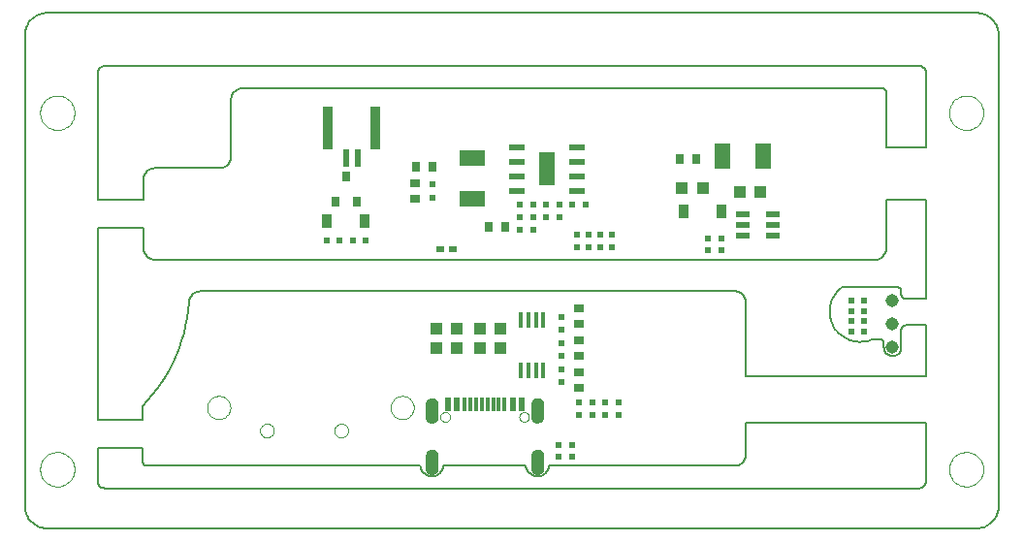
<source format=gtp>
G75*
G70*
%OFA0B0*%
%FSLAX24Y24*%
%IPPOS*%
%LPD*%
%AMOC8*
5,1,8,0,0,1.08239X$1,22.5*
%
%ADD10C,0.0050*%
%ADD11C,0.0000*%
%ADD12R,0.0197X0.0220*%
%ADD13R,0.0220X0.0197*%
%ADD14C,0.0450*%
%ADD15R,0.0236X0.0600*%
%ADD16R,0.0350X0.1450*%
%ADD17R,0.0394X0.0433*%
%ADD18R,0.0250X0.0197*%
%ADD19R,0.0472X0.0217*%
%ADD20R,0.0358X0.0480*%
%ADD21R,0.0551X0.0906*%
%ADD22R,0.0157X0.0551*%
%ADD23R,0.0354X0.0250*%
%ADD24R,0.0250X0.0354*%
%ADD25R,0.0315X0.0354*%
%ADD26R,0.0551X0.0236*%
%ADD27R,0.0551X0.1181*%
%ADD28R,0.0906X0.0551*%
%ADD29R,0.0118X0.0450*%
%ADD30R,0.0236X0.0450*%
%ADD31C,0.0004*%
D10*
X001677Y000927D02*
X033631Y000927D01*
X033630Y000927D02*
X033684Y000929D01*
X033738Y000934D01*
X033791Y000943D01*
X033844Y000956D01*
X033895Y000973D01*
X033945Y000993D01*
X033993Y001017D01*
X034040Y001044D01*
X034085Y001075D01*
X034127Y001108D01*
X034167Y001145D01*
X034204Y001184D01*
X034238Y001226D01*
X034269Y001270D01*
X034297Y001316D01*
X034321Y001364D01*
X034342Y001414D01*
X034360Y001465D01*
X034374Y001517D01*
X034384Y001570D01*
X034390Y001624D01*
X034392Y001677D01*
X034392Y017896D01*
X034392Y017895D02*
X034390Y017949D01*
X034383Y018003D01*
X034373Y018056D01*
X034360Y018108D01*
X034342Y018159D01*
X034321Y018209D01*
X034297Y018257D01*
X034269Y018303D01*
X034237Y018347D01*
X034203Y018388D01*
X034166Y018427D01*
X034126Y018464D01*
X034084Y018497D01*
X034040Y018528D01*
X033993Y018555D01*
X033945Y018578D01*
X033895Y018599D01*
X033843Y018615D01*
X033791Y018628D01*
X033738Y018637D01*
X033684Y018643D01*
X033631Y018644D01*
X001677Y018644D01*
X001624Y018642D01*
X001570Y018637D01*
X001518Y018627D01*
X001466Y018614D01*
X001415Y018597D01*
X001366Y018577D01*
X001318Y018553D01*
X001272Y018526D01*
X001228Y018495D01*
X001186Y018462D01*
X001147Y018425D01*
X001111Y018386D01*
X001077Y018345D01*
X001046Y018301D01*
X001019Y018255D01*
X000995Y018207D01*
X000975Y018158D01*
X000958Y018107D01*
X000944Y018055D01*
X000935Y018003D01*
X000929Y017949D01*
X000927Y017896D01*
X000927Y001677D01*
X000929Y001623D01*
X000935Y001570D01*
X000944Y001518D01*
X000957Y001466D01*
X000974Y001415D01*
X000995Y001365D01*
X001019Y001318D01*
X001046Y001272D01*
X001077Y001228D01*
X001110Y001186D01*
X001147Y001147D01*
X001186Y001110D01*
X001228Y001077D01*
X001272Y001046D01*
X001318Y001019D01*
X001365Y000995D01*
X001415Y000974D01*
X001466Y000957D01*
X001518Y000944D01*
X001570Y000935D01*
X001623Y000929D01*
X001677Y000927D01*
X003677Y002305D02*
X031642Y002305D01*
X031672Y002307D01*
X031702Y002312D01*
X031731Y002321D01*
X031758Y002334D01*
X031784Y002349D01*
X031808Y002368D01*
X031829Y002389D01*
X031848Y002413D01*
X031863Y002439D01*
X031876Y002466D01*
X031885Y002495D01*
X031890Y002525D01*
X031892Y002555D01*
X031892Y004570D01*
X025710Y004570D01*
X025710Y003477D01*
X025708Y003438D01*
X025702Y003399D01*
X025693Y003361D01*
X025680Y003324D01*
X025663Y003288D01*
X025643Y003255D01*
X025619Y003223D01*
X025593Y003194D01*
X025564Y003168D01*
X025532Y003144D01*
X025499Y003124D01*
X025463Y003107D01*
X025426Y003094D01*
X025388Y003085D01*
X025349Y003079D01*
X025310Y003077D01*
X018928Y003077D01*
X018928Y003078D02*
X018923Y003039D01*
X018914Y003001D01*
X018901Y002964D01*
X018885Y002929D01*
X018865Y002895D01*
X018842Y002863D01*
X018816Y002834D01*
X018787Y002808D01*
X018756Y002785D01*
X018722Y002764D01*
X018687Y002748D01*
X018650Y002734D01*
X018613Y002725D01*
X018574Y002719D01*
X018535Y002717D01*
X018496Y002719D01*
X018457Y002725D01*
X018420Y002734D01*
X018383Y002748D01*
X018348Y002764D01*
X018314Y002785D01*
X018283Y002808D01*
X018254Y002834D01*
X018228Y002863D01*
X018205Y002895D01*
X018185Y002929D01*
X018169Y002964D01*
X018156Y003001D01*
X018147Y003039D01*
X018142Y003078D01*
X018141Y003077D02*
X015298Y003077D01*
X015298Y003078D02*
X015293Y003039D01*
X015284Y003001D01*
X015271Y002964D01*
X015255Y002929D01*
X015235Y002895D01*
X015212Y002863D01*
X015186Y002834D01*
X015157Y002808D01*
X015126Y002785D01*
X015092Y002764D01*
X015057Y002748D01*
X015020Y002734D01*
X014983Y002725D01*
X014944Y002719D01*
X014905Y002717D01*
X014866Y002719D01*
X014827Y002725D01*
X014790Y002734D01*
X014753Y002748D01*
X014718Y002764D01*
X014684Y002785D01*
X014653Y002808D01*
X014624Y002834D01*
X014598Y002863D01*
X014575Y002895D01*
X014555Y002929D01*
X014539Y002964D01*
X014526Y003001D01*
X014517Y003039D01*
X014512Y003078D01*
X014511Y003077D02*
X005110Y003077D01*
X005085Y003082D01*
X005062Y003091D01*
X005039Y003103D01*
X005019Y003118D01*
X005001Y003136D01*
X004986Y003156D01*
X004974Y003178D01*
X004965Y003202D01*
X004960Y003227D01*
X004958Y003252D01*
X004960Y003277D01*
X004960Y003683D01*
X003427Y003683D01*
X003427Y002527D01*
X003431Y002499D01*
X003438Y002471D01*
X003448Y002444D01*
X003461Y002419D01*
X003477Y002396D01*
X003496Y002374D01*
X003517Y002355D01*
X003541Y002339D01*
X003566Y002326D01*
X003593Y002316D01*
X003620Y002309D01*
X003648Y002305D01*
X003677Y002305D01*
X003427Y004671D02*
X004960Y004671D01*
X004960Y005127D01*
X003427Y004671D02*
X003427Y011245D01*
X004994Y011245D01*
X004994Y010564D01*
X004996Y010525D01*
X005002Y010486D01*
X005011Y010448D01*
X005024Y010411D01*
X005041Y010375D01*
X005061Y010342D01*
X005085Y010310D01*
X005111Y010281D01*
X005140Y010255D01*
X005172Y010231D01*
X005205Y010211D01*
X005241Y010194D01*
X005278Y010181D01*
X005316Y010172D01*
X005355Y010166D01*
X005394Y010164D01*
X030138Y010164D01*
X030177Y010166D01*
X030216Y010172D01*
X030254Y010181D01*
X030291Y010194D01*
X030327Y010211D01*
X030360Y010231D01*
X030392Y010255D01*
X030421Y010281D01*
X030447Y010310D01*
X030471Y010342D01*
X030491Y010375D01*
X030508Y010411D01*
X030521Y010448D01*
X030530Y010486D01*
X030536Y010525D01*
X030538Y010564D01*
X030538Y012220D01*
X031892Y012220D01*
X031892Y008810D01*
X031192Y008810D01*
X031169Y008814D01*
X031147Y008821D01*
X031126Y008831D01*
X031107Y008844D01*
X031090Y008860D01*
X031076Y008878D01*
X031064Y008898D01*
X031055Y008919D01*
X031049Y008941D01*
X031046Y008964D01*
X031047Y008987D01*
X031046Y008988D02*
X031046Y009050D01*
X031046Y009073D01*
X031042Y009096D01*
X031036Y009118D01*
X031026Y009139D01*
X031014Y009158D01*
X030999Y009175D01*
X030981Y009190D01*
X030962Y009203D01*
X030941Y009212D01*
X030919Y009218D01*
X030896Y009222D01*
X029019Y009222D01*
X028969Y009184D01*
X028921Y009143D01*
X028876Y009099D01*
X028834Y009053D01*
X028794Y009004D01*
X028758Y008952D01*
X028725Y008899D01*
X028695Y008844D01*
X028668Y008787D01*
X028645Y008728D01*
X028626Y008668D01*
X028610Y008607D01*
X028598Y008546D01*
X028589Y008483D01*
X028585Y008420D01*
X028584Y008358D01*
X028587Y008295D01*
X028594Y008232D01*
X028605Y008170D01*
X028619Y008109D01*
X028637Y008049D01*
X028659Y007990D01*
X028684Y007932D01*
X028713Y007876D01*
X028745Y007822D01*
X028780Y007770D01*
X028818Y007720D01*
X028859Y007672D01*
X028904Y007627D01*
X028950Y007585D01*
X028999Y007546D01*
X029051Y007510D01*
X029104Y007477D01*
X029160Y007447D01*
X029217Y007421D01*
X029275Y007398D01*
X029335Y007379D01*
X029396Y007363D01*
X029458Y007351D01*
X029520Y007343D01*
X029583Y007339D01*
X029646Y007338D01*
X029709Y007342D01*
X029771Y007349D01*
X029833Y007360D01*
X029895Y007374D01*
X029955Y007392D01*
X030014Y007414D01*
X030071Y007440D01*
X030267Y007440D01*
X030293Y007438D01*
X030318Y007433D01*
X030342Y007424D01*
X030364Y007411D01*
X030385Y007396D01*
X030403Y007378D01*
X030418Y007357D01*
X030431Y007335D01*
X030440Y007311D01*
X030445Y007286D01*
X030447Y007260D01*
X030447Y007147D01*
X030448Y007147D02*
X030450Y007114D01*
X030455Y007080D01*
X030465Y007048D01*
X030478Y007017D01*
X030494Y006988D01*
X030513Y006961D01*
X030536Y006936D01*
X030561Y006913D01*
X030588Y006894D01*
X030617Y006878D01*
X030648Y006865D01*
X030680Y006855D01*
X030714Y006850D01*
X030747Y006848D01*
X030780Y006850D01*
X030814Y006855D01*
X030846Y006865D01*
X030877Y006878D01*
X030906Y006894D01*
X030933Y006913D01*
X030958Y006936D01*
X030981Y006961D01*
X031000Y006988D01*
X031016Y007017D01*
X031029Y007048D01*
X031039Y007080D01*
X031044Y007114D01*
X031046Y007147D01*
X031046Y007761D01*
X031047Y007761D02*
X031050Y007784D01*
X031057Y007806D01*
X031067Y007827D01*
X031080Y007847D01*
X031095Y007864D01*
X031113Y007879D01*
X031133Y007891D01*
X031154Y007901D01*
X031177Y007907D01*
X031200Y007910D01*
X031223Y007909D01*
X031223Y007910D02*
X031892Y007910D01*
X031892Y006158D01*
X025710Y006158D01*
X025710Y008677D01*
X025708Y008716D01*
X025702Y008755D01*
X025693Y008793D01*
X025680Y008830D01*
X025663Y008866D01*
X025643Y008899D01*
X025619Y008931D01*
X025593Y008960D01*
X025564Y008986D01*
X025532Y009010D01*
X025499Y009030D01*
X025463Y009047D01*
X025426Y009060D01*
X025388Y009069D01*
X025349Y009075D01*
X025310Y009077D01*
X006960Y009077D01*
X006921Y009075D01*
X006882Y009069D01*
X006844Y009060D01*
X006807Y009047D01*
X006771Y009030D01*
X006738Y009010D01*
X006706Y008986D01*
X006677Y008960D01*
X006651Y008931D01*
X006627Y008899D01*
X006607Y008866D01*
X006590Y008830D01*
X006577Y008793D01*
X006568Y008755D01*
X006562Y008716D01*
X006560Y008677D01*
X006534Y008413D01*
X006496Y008151D01*
X006446Y007891D01*
X006384Y007633D01*
X006310Y007379D01*
X006224Y007129D01*
X006126Y006882D01*
X006017Y006641D01*
X005897Y006404D01*
X005767Y006174D01*
X005625Y005950D01*
X005473Y005733D01*
X005312Y005523D01*
X005141Y005321D01*
X004960Y005127D01*
X004994Y012233D02*
X003427Y012233D01*
X003427Y016586D01*
X003429Y016616D01*
X003434Y016646D01*
X003443Y016675D01*
X003456Y016702D01*
X003471Y016728D01*
X003490Y016752D01*
X003511Y016773D01*
X003535Y016792D01*
X003561Y016807D01*
X003588Y016820D01*
X003617Y016829D01*
X003647Y016834D01*
X003677Y016836D01*
X031642Y016836D01*
X031672Y016834D01*
X031702Y016829D01*
X031731Y016820D01*
X031758Y016807D01*
X031784Y016792D01*
X031808Y016773D01*
X031829Y016752D01*
X031848Y016728D01*
X031863Y016702D01*
X031876Y016675D01*
X031885Y016646D01*
X031890Y016616D01*
X031892Y016586D01*
X031892Y014008D01*
X030538Y014008D01*
X030538Y015914D01*
X030536Y015937D01*
X030531Y015960D01*
X030522Y015982D01*
X030509Y016002D01*
X030494Y016020D01*
X030476Y016035D01*
X030456Y016048D01*
X030434Y016057D01*
X030411Y016062D01*
X030388Y016064D01*
X008410Y016064D01*
X008371Y016062D01*
X008332Y016056D01*
X008294Y016047D01*
X008257Y016034D01*
X008221Y016017D01*
X008188Y015997D01*
X008156Y015973D01*
X008127Y015947D01*
X008101Y015918D01*
X008077Y015886D01*
X008057Y015853D01*
X008040Y015817D01*
X008027Y015780D01*
X008018Y015742D01*
X008012Y015703D01*
X008010Y015664D01*
X008010Y013714D01*
X008008Y013675D01*
X008002Y013636D01*
X007993Y013598D01*
X007980Y013561D01*
X007963Y013525D01*
X007943Y013492D01*
X007919Y013460D01*
X007893Y013431D01*
X007864Y013405D01*
X007832Y013381D01*
X007799Y013361D01*
X007763Y013344D01*
X007726Y013331D01*
X007688Y013322D01*
X007649Y013316D01*
X007610Y013314D01*
X005394Y013314D01*
X005355Y013312D01*
X005316Y013306D01*
X005278Y013297D01*
X005241Y013284D01*
X005205Y013267D01*
X005172Y013247D01*
X005140Y013223D01*
X005111Y013197D01*
X005085Y013168D01*
X005061Y013136D01*
X005041Y013103D01*
X005024Y013067D01*
X005011Y013030D01*
X005002Y012992D01*
X004996Y012953D01*
X004994Y012914D01*
X004994Y012233D01*
D11*
X001440Y015215D02*
X001442Y015263D01*
X001448Y015311D01*
X001458Y015358D01*
X001471Y015404D01*
X001489Y015449D01*
X001509Y015493D01*
X001534Y015535D01*
X001562Y015574D01*
X001592Y015611D01*
X001626Y015645D01*
X001663Y015677D01*
X001701Y015706D01*
X001742Y015731D01*
X001785Y015753D01*
X001830Y015771D01*
X001876Y015785D01*
X001923Y015796D01*
X001971Y015803D01*
X002019Y015806D01*
X002067Y015805D01*
X002115Y015800D01*
X002163Y015791D01*
X002209Y015779D01*
X002254Y015762D01*
X002298Y015742D01*
X002340Y015719D01*
X002380Y015692D01*
X002418Y015662D01*
X002453Y015629D01*
X002485Y015593D01*
X002515Y015555D01*
X002541Y015514D01*
X002563Y015471D01*
X002583Y015427D01*
X002598Y015382D01*
X002610Y015335D01*
X002618Y015287D01*
X002622Y015239D01*
X002622Y015191D01*
X002618Y015143D01*
X002610Y015095D01*
X002598Y015048D01*
X002583Y015003D01*
X002563Y014959D01*
X002541Y014916D01*
X002515Y014875D01*
X002485Y014837D01*
X002453Y014801D01*
X002418Y014768D01*
X002380Y014738D01*
X002340Y014711D01*
X002298Y014688D01*
X002254Y014668D01*
X002209Y014651D01*
X002163Y014639D01*
X002115Y014630D01*
X002067Y014625D01*
X002019Y014624D01*
X001971Y014627D01*
X001923Y014634D01*
X001876Y014645D01*
X001830Y014659D01*
X001785Y014677D01*
X001742Y014699D01*
X001701Y014724D01*
X001663Y014753D01*
X001626Y014785D01*
X001592Y014819D01*
X001562Y014856D01*
X001534Y014895D01*
X001509Y014937D01*
X001489Y014981D01*
X001471Y015026D01*
X001458Y015072D01*
X001448Y015119D01*
X001442Y015167D01*
X001440Y015215D01*
X007182Y005080D02*
X007184Y005120D01*
X007190Y005159D01*
X007200Y005198D01*
X007213Y005235D01*
X007231Y005271D01*
X007252Y005305D01*
X007276Y005337D01*
X007303Y005366D01*
X007333Y005393D01*
X007365Y005416D01*
X007400Y005436D01*
X007436Y005452D01*
X007474Y005465D01*
X007513Y005474D01*
X007552Y005479D01*
X007592Y005480D01*
X007632Y005477D01*
X007671Y005470D01*
X007709Y005459D01*
X007747Y005445D01*
X007782Y005426D01*
X007815Y005405D01*
X007847Y005380D01*
X007875Y005352D01*
X007901Y005322D01*
X007923Y005289D01*
X007942Y005254D01*
X007958Y005217D01*
X007970Y005179D01*
X007978Y005140D01*
X007982Y005100D01*
X007982Y005060D01*
X007978Y005020D01*
X007970Y004981D01*
X007958Y004943D01*
X007942Y004906D01*
X007923Y004871D01*
X007901Y004838D01*
X007875Y004808D01*
X007847Y004780D01*
X007815Y004755D01*
X007782Y004734D01*
X007747Y004715D01*
X007709Y004701D01*
X007671Y004690D01*
X007632Y004683D01*
X007592Y004680D01*
X007552Y004681D01*
X007513Y004686D01*
X007474Y004695D01*
X007436Y004708D01*
X007400Y004724D01*
X007365Y004744D01*
X007333Y004767D01*
X007303Y004794D01*
X007276Y004823D01*
X007252Y004855D01*
X007231Y004889D01*
X007213Y004925D01*
X007200Y004962D01*
X007190Y005001D01*
X007184Y005040D01*
X007182Y005080D01*
X009001Y004288D02*
X009003Y004318D01*
X009009Y004348D01*
X009018Y004377D01*
X009031Y004404D01*
X009048Y004429D01*
X009067Y004452D01*
X009090Y004473D01*
X009115Y004490D01*
X009141Y004504D01*
X009170Y004514D01*
X009199Y004521D01*
X009229Y004524D01*
X009260Y004523D01*
X009290Y004518D01*
X009319Y004509D01*
X009346Y004497D01*
X009372Y004482D01*
X009396Y004463D01*
X009417Y004441D01*
X009435Y004417D01*
X009450Y004390D01*
X009461Y004362D01*
X009469Y004333D01*
X009473Y004303D01*
X009473Y004273D01*
X009469Y004243D01*
X009461Y004214D01*
X009450Y004186D01*
X009435Y004159D01*
X009417Y004135D01*
X009396Y004113D01*
X009372Y004094D01*
X009346Y004079D01*
X009319Y004067D01*
X009290Y004058D01*
X009260Y004053D01*
X009229Y004052D01*
X009199Y004055D01*
X009170Y004062D01*
X009141Y004072D01*
X009115Y004086D01*
X009090Y004103D01*
X009067Y004124D01*
X009048Y004147D01*
X009031Y004172D01*
X009018Y004199D01*
X009009Y004228D01*
X009003Y004258D01*
X009001Y004288D01*
X011560Y004288D02*
X011562Y004318D01*
X011568Y004348D01*
X011577Y004377D01*
X011590Y004404D01*
X011607Y004429D01*
X011626Y004452D01*
X011649Y004473D01*
X011674Y004490D01*
X011700Y004504D01*
X011729Y004514D01*
X011758Y004521D01*
X011788Y004524D01*
X011819Y004523D01*
X011849Y004518D01*
X011878Y004509D01*
X011905Y004497D01*
X011931Y004482D01*
X011955Y004463D01*
X011976Y004441D01*
X011994Y004417D01*
X012009Y004390D01*
X012020Y004362D01*
X012028Y004333D01*
X012032Y004303D01*
X012032Y004273D01*
X012028Y004243D01*
X012020Y004214D01*
X012009Y004186D01*
X011994Y004159D01*
X011976Y004135D01*
X011955Y004113D01*
X011931Y004094D01*
X011905Y004079D01*
X011878Y004067D01*
X011849Y004058D01*
X011819Y004053D01*
X011788Y004052D01*
X011758Y004055D01*
X011729Y004062D01*
X011700Y004072D01*
X011674Y004086D01*
X011649Y004103D01*
X011626Y004124D01*
X011607Y004147D01*
X011590Y004172D01*
X011577Y004199D01*
X011568Y004228D01*
X011562Y004258D01*
X011560Y004288D01*
X013487Y005080D02*
X013489Y005120D01*
X013495Y005159D01*
X013505Y005198D01*
X013518Y005235D01*
X013536Y005271D01*
X013557Y005305D01*
X013581Y005337D01*
X013608Y005366D01*
X013638Y005393D01*
X013670Y005416D01*
X013705Y005436D01*
X013741Y005452D01*
X013779Y005465D01*
X013818Y005474D01*
X013857Y005479D01*
X013897Y005480D01*
X013937Y005477D01*
X013976Y005470D01*
X014014Y005459D01*
X014052Y005445D01*
X014087Y005426D01*
X014120Y005405D01*
X014152Y005380D01*
X014180Y005352D01*
X014206Y005322D01*
X014228Y005289D01*
X014247Y005254D01*
X014263Y005217D01*
X014275Y005179D01*
X014283Y005140D01*
X014287Y005100D01*
X014287Y005060D01*
X014283Y005020D01*
X014275Y004981D01*
X014263Y004943D01*
X014247Y004906D01*
X014228Y004871D01*
X014206Y004838D01*
X014180Y004808D01*
X014152Y004780D01*
X014120Y004755D01*
X014087Y004734D01*
X014052Y004715D01*
X014014Y004701D01*
X013976Y004690D01*
X013937Y004683D01*
X013897Y004680D01*
X013857Y004681D01*
X013818Y004686D01*
X013779Y004695D01*
X013741Y004708D01*
X013705Y004724D01*
X013670Y004744D01*
X013638Y004767D01*
X013608Y004794D01*
X013581Y004823D01*
X013557Y004855D01*
X013536Y004889D01*
X013518Y004925D01*
X013505Y004962D01*
X013495Y005001D01*
X013489Y005040D01*
X013487Y005080D01*
X015196Y004757D02*
X015198Y004782D01*
X015204Y004807D01*
X015213Y004830D01*
X015226Y004852D01*
X015242Y004871D01*
X015261Y004888D01*
X015282Y004902D01*
X015305Y004912D01*
X015330Y004919D01*
X015355Y004922D01*
X015380Y004921D01*
X015405Y004916D01*
X015428Y004908D01*
X015451Y004895D01*
X015471Y004880D01*
X015488Y004862D01*
X015503Y004841D01*
X015514Y004819D01*
X015522Y004795D01*
X015526Y004770D01*
X015526Y004744D01*
X015522Y004719D01*
X015514Y004695D01*
X015503Y004673D01*
X015488Y004652D01*
X015471Y004634D01*
X015451Y004619D01*
X015428Y004606D01*
X015405Y004598D01*
X015380Y004593D01*
X015355Y004592D01*
X015330Y004595D01*
X015305Y004602D01*
X015282Y004612D01*
X015261Y004626D01*
X015242Y004643D01*
X015226Y004662D01*
X015213Y004684D01*
X015204Y004707D01*
X015198Y004732D01*
X015196Y004757D01*
X017913Y004757D02*
X017915Y004782D01*
X017921Y004807D01*
X017930Y004830D01*
X017943Y004852D01*
X017959Y004871D01*
X017978Y004888D01*
X017999Y004902D01*
X018022Y004912D01*
X018047Y004919D01*
X018072Y004922D01*
X018097Y004921D01*
X018122Y004916D01*
X018145Y004908D01*
X018168Y004895D01*
X018188Y004880D01*
X018205Y004862D01*
X018220Y004841D01*
X018231Y004819D01*
X018239Y004795D01*
X018243Y004770D01*
X018243Y004744D01*
X018239Y004719D01*
X018231Y004695D01*
X018220Y004673D01*
X018205Y004652D01*
X018188Y004634D01*
X018168Y004619D01*
X018145Y004606D01*
X018122Y004598D01*
X018097Y004593D01*
X018072Y004592D01*
X018047Y004595D01*
X018022Y004602D01*
X017999Y004612D01*
X017978Y004626D01*
X017959Y004643D01*
X017943Y004662D01*
X017930Y004684D01*
X017921Y004707D01*
X017915Y004732D01*
X017913Y004757D01*
X032687Y002959D02*
X032689Y003007D01*
X032695Y003055D01*
X032705Y003102D01*
X032718Y003148D01*
X032736Y003193D01*
X032756Y003237D01*
X032781Y003279D01*
X032809Y003318D01*
X032839Y003355D01*
X032873Y003389D01*
X032910Y003421D01*
X032948Y003450D01*
X032989Y003475D01*
X033032Y003497D01*
X033077Y003515D01*
X033123Y003529D01*
X033170Y003540D01*
X033218Y003547D01*
X033266Y003550D01*
X033314Y003549D01*
X033362Y003544D01*
X033410Y003535D01*
X033456Y003523D01*
X033501Y003506D01*
X033545Y003486D01*
X033587Y003463D01*
X033627Y003436D01*
X033665Y003406D01*
X033700Y003373D01*
X033732Y003337D01*
X033762Y003299D01*
X033788Y003258D01*
X033810Y003215D01*
X033830Y003171D01*
X033845Y003126D01*
X033857Y003079D01*
X033865Y003031D01*
X033869Y002983D01*
X033869Y002935D01*
X033865Y002887D01*
X033857Y002839D01*
X033845Y002792D01*
X033830Y002747D01*
X033810Y002703D01*
X033788Y002660D01*
X033762Y002619D01*
X033732Y002581D01*
X033700Y002545D01*
X033665Y002512D01*
X033627Y002482D01*
X033587Y002455D01*
X033545Y002432D01*
X033501Y002412D01*
X033456Y002395D01*
X033410Y002383D01*
X033362Y002374D01*
X033314Y002369D01*
X033266Y002368D01*
X033218Y002371D01*
X033170Y002378D01*
X033123Y002389D01*
X033077Y002403D01*
X033032Y002421D01*
X032989Y002443D01*
X032948Y002468D01*
X032910Y002497D01*
X032873Y002529D01*
X032839Y002563D01*
X032809Y002600D01*
X032781Y002639D01*
X032756Y002681D01*
X032736Y002725D01*
X032718Y002770D01*
X032705Y002816D01*
X032695Y002863D01*
X032689Y002911D01*
X032687Y002959D01*
X032687Y015215D02*
X032689Y015263D01*
X032695Y015311D01*
X032705Y015358D01*
X032718Y015404D01*
X032736Y015449D01*
X032756Y015493D01*
X032781Y015535D01*
X032809Y015574D01*
X032839Y015611D01*
X032873Y015645D01*
X032910Y015677D01*
X032948Y015706D01*
X032989Y015731D01*
X033032Y015753D01*
X033077Y015771D01*
X033123Y015785D01*
X033170Y015796D01*
X033218Y015803D01*
X033266Y015806D01*
X033314Y015805D01*
X033362Y015800D01*
X033410Y015791D01*
X033456Y015779D01*
X033501Y015762D01*
X033545Y015742D01*
X033587Y015719D01*
X033627Y015692D01*
X033665Y015662D01*
X033700Y015629D01*
X033732Y015593D01*
X033762Y015555D01*
X033788Y015514D01*
X033810Y015471D01*
X033830Y015427D01*
X033845Y015382D01*
X033857Y015335D01*
X033865Y015287D01*
X033869Y015239D01*
X033869Y015191D01*
X033865Y015143D01*
X033857Y015095D01*
X033845Y015048D01*
X033830Y015003D01*
X033810Y014959D01*
X033788Y014916D01*
X033762Y014875D01*
X033732Y014837D01*
X033700Y014801D01*
X033665Y014768D01*
X033627Y014738D01*
X033587Y014711D01*
X033545Y014688D01*
X033501Y014668D01*
X033456Y014651D01*
X033410Y014639D01*
X033362Y014630D01*
X033314Y014625D01*
X033266Y014624D01*
X033218Y014627D01*
X033170Y014634D01*
X033123Y014645D01*
X033077Y014659D01*
X033032Y014677D01*
X032989Y014699D01*
X032948Y014724D01*
X032910Y014753D01*
X032873Y014785D01*
X032839Y014819D01*
X032809Y014856D01*
X032781Y014895D01*
X032756Y014937D01*
X032736Y014981D01*
X032718Y015026D01*
X032705Y015072D01*
X032695Y015119D01*
X032689Y015167D01*
X032687Y015215D01*
X001440Y002959D02*
X001442Y003007D01*
X001448Y003055D01*
X001458Y003102D01*
X001471Y003148D01*
X001489Y003193D01*
X001509Y003237D01*
X001534Y003279D01*
X001562Y003318D01*
X001592Y003355D01*
X001626Y003389D01*
X001663Y003421D01*
X001701Y003450D01*
X001742Y003475D01*
X001785Y003497D01*
X001830Y003515D01*
X001876Y003529D01*
X001923Y003540D01*
X001971Y003547D01*
X002019Y003550D01*
X002067Y003549D01*
X002115Y003544D01*
X002163Y003535D01*
X002209Y003523D01*
X002254Y003506D01*
X002298Y003486D01*
X002340Y003463D01*
X002380Y003436D01*
X002418Y003406D01*
X002453Y003373D01*
X002485Y003337D01*
X002515Y003299D01*
X002541Y003258D01*
X002563Y003215D01*
X002583Y003171D01*
X002598Y003126D01*
X002610Y003079D01*
X002618Y003031D01*
X002622Y002983D01*
X002622Y002935D01*
X002618Y002887D01*
X002610Y002839D01*
X002598Y002792D01*
X002583Y002747D01*
X002563Y002703D01*
X002541Y002660D01*
X002515Y002619D01*
X002485Y002581D01*
X002453Y002545D01*
X002418Y002512D01*
X002380Y002482D01*
X002340Y002455D01*
X002298Y002432D01*
X002254Y002412D01*
X002209Y002395D01*
X002163Y002383D01*
X002115Y002374D01*
X002067Y002369D01*
X002019Y002368D01*
X001971Y002371D01*
X001923Y002378D01*
X001876Y002389D01*
X001830Y002403D01*
X001785Y002421D01*
X001742Y002443D01*
X001701Y002468D01*
X001663Y002497D01*
X001626Y002529D01*
X001592Y002563D01*
X001562Y002600D01*
X001534Y002639D01*
X001509Y002681D01*
X001489Y002725D01*
X001471Y002770D01*
X001458Y002816D01*
X001448Y002863D01*
X001442Y002911D01*
X001440Y002959D01*
D12*
X014944Y012305D03*
X014944Y012752D03*
X019884Y011038D03*
X020284Y011038D03*
X020684Y011038D03*
X021084Y011038D03*
X021084Y010592D03*
X020684Y010592D03*
X020284Y010592D03*
X019884Y010592D03*
X019358Y008195D03*
X019358Y007749D03*
X019358Y007295D03*
X019358Y006849D03*
X019358Y006405D03*
X019358Y005958D03*
D13*
X019974Y005249D03*
X020421Y005249D03*
X020421Y004823D03*
X019974Y004823D03*
X020868Y004823D03*
X021315Y004823D03*
X021315Y005249D03*
X020868Y005249D03*
X019724Y003789D03*
X019278Y003789D03*
X019278Y003379D03*
X019724Y003379D03*
X029323Y007682D03*
X029770Y007682D03*
X029770Y008042D03*
X029770Y008402D03*
X029323Y008402D03*
X029323Y008042D03*
X029323Y008762D03*
X029770Y008762D03*
X024859Y010477D03*
X024412Y010477D03*
X024412Y010888D03*
X024859Y010888D03*
X020189Y012047D03*
X019742Y012047D03*
X019289Y012047D03*
X018842Y012047D03*
X018389Y012047D03*
X018389Y011616D03*
X018842Y011616D03*
X019289Y011616D03*
X018389Y011190D03*
X017942Y011190D03*
X017942Y011616D03*
X017942Y012047D03*
X012628Y010827D03*
X012182Y010827D03*
X011728Y010827D03*
X011282Y010827D03*
D14*
X030746Y008752D03*
X030746Y007952D03*
X030746Y007152D03*
D15*
X012353Y013647D03*
X011959Y013647D03*
D16*
X011347Y014692D03*
X012964Y014692D03*
D17*
X023509Y012627D03*
X024219Y012627D03*
X025493Y012477D03*
X026203Y012477D03*
X017262Y007780D03*
X016553Y007780D03*
X015762Y007781D03*
X015053Y007781D03*
X015053Y007130D03*
X015762Y007130D03*
X016553Y007130D03*
X017262Y007130D03*
D18*
X015645Y010512D03*
X015205Y010512D03*
D19*
X025610Y010988D03*
X025610Y011362D03*
X025610Y011736D03*
X026634Y011736D03*
X026634Y011362D03*
X026634Y010988D03*
D20*
X024859Y011827D03*
X023569Y011827D03*
X012600Y011477D03*
X011310Y011477D03*
D21*
X024887Y013712D03*
X026284Y013712D03*
D22*
X018742Y008080D03*
X018486Y008080D03*
X018230Y008080D03*
X017974Y008080D03*
X017974Y006347D03*
X018230Y006347D03*
X018486Y006347D03*
X018742Y006347D03*
D23*
X019970Y006301D03*
X019970Y005754D03*
X019972Y006854D03*
X019972Y007401D03*
X019972Y007954D03*
X019972Y008501D03*
X014341Y012255D03*
X014341Y012802D03*
D24*
X014369Y013355D03*
X014915Y013355D03*
X016872Y011289D03*
X017418Y011289D03*
X023441Y013612D03*
X023988Y013612D03*
D25*
X012329Y012154D03*
X011581Y012154D03*
X011955Y013010D03*
D26*
X017822Y013038D03*
X017822Y012538D03*
X017822Y013538D03*
X017822Y014038D03*
X019909Y014038D03*
X019909Y013538D03*
X019909Y013038D03*
X019909Y012538D03*
D27*
X018866Y013288D03*
D28*
X016292Y013660D03*
X016292Y012262D03*
D29*
X016228Y005203D03*
X016424Y005203D03*
X016621Y005203D03*
X016818Y005203D03*
X017015Y005203D03*
X017212Y005203D03*
X017409Y005203D03*
X016031Y005203D03*
D30*
X015755Y005203D03*
X015450Y005203D03*
X017684Y005203D03*
X017989Y005203D03*
D31*
X018339Y005192D02*
X018342Y005236D01*
X018355Y005279D01*
X018377Y005317D01*
X018694Y005317D01*
X018696Y005314D02*
X018375Y005314D01*
X018374Y005312D02*
X018697Y005312D01*
X018699Y005310D02*
X018372Y005310D01*
X018371Y005307D02*
X018701Y005307D01*
X018702Y005305D02*
X018370Y005305D01*
X018368Y005302D02*
X018704Y005302D01*
X018706Y005300D02*
X018367Y005300D01*
X018365Y005297D02*
X018707Y005297D01*
X018709Y005296D02*
X018725Y005255D01*
X018732Y005212D01*
X018732Y004740D01*
X018724Y004698D01*
X018706Y004660D01*
X018680Y004627D01*
X018648Y004600D01*
X018610Y004581D01*
X018570Y004571D01*
X018485Y004571D01*
X018489Y004570D02*
X018452Y004579D01*
X018418Y004595D01*
X018388Y004619D01*
X018364Y004648D01*
X018347Y004683D01*
X018717Y004683D01*
X018716Y004681D02*
X018348Y004681D01*
X018347Y004683D02*
X018339Y004720D01*
X018339Y005192D01*
X018339Y005193D02*
X018732Y005193D01*
X018732Y005195D02*
X018339Y005195D01*
X018339Y005197D02*
X018732Y005197D01*
X018732Y005200D02*
X018339Y005200D01*
X018339Y005202D02*
X018732Y005202D01*
X018732Y005205D02*
X018339Y005205D01*
X018340Y005207D02*
X018732Y005207D01*
X018732Y005210D02*
X018340Y005210D01*
X018340Y005212D02*
X018732Y005212D01*
X018732Y005215D02*
X018340Y005215D01*
X018340Y005217D02*
X018731Y005217D01*
X018731Y005219D02*
X018341Y005219D01*
X018341Y005222D02*
X018731Y005222D01*
X018730Y005224D02*
X018341Y005224D01*
X018341Y005227D02*
X018730Y005227D01*
X018729Y005229D02*
X018341Y005229D01*
X018341Y005232D02*
X018729Y005232D01*
X018729Y005234D02*
X018342Y005234D01*
X018342Y005236D02*
X018728Y005236D01*
X018728Y005239D02*
X018343Y005239D01*
X018343Y005241D02*
X018727Y005241D01*
X018727Y005244D02*
X018344Y005244D01*
X018345Y005246D02*
X018727Y005246D01*
X018726Y005249D02*
X018346Y005249D01*
X018346Y005251D02*
X018726Y005251D01*
X018725Y005254D02*
X018347Y005254D01*
X018348Y005256D02*
X018725Y005256D01*
X018724Y005258D02*
X018349Y005258D01*
X018349Y005261D02*
X018723Y005261D01*
X018722Y005263D02*
X018350Y005263D01*
X018351Y005266D02*
X018721Y005266D01*
X018720Y005268D02*
X018351Y005268D01*
X018352Y005271D02*
X018719Y005271D01*
X018718Y005273D02*
X018353Y005273D01*
X018354Y005275D02*
X018717Y005275D01*
X018716Y005278D02*
X018354Y005278D01*
X018356Y005280D02*
X018715Y005280D01*
X018714Y005283D02*
X018357Y005283D01*
X018358Y005285D02*
X018713Y005285D01*
X018712Y005288D02*
X018360Y005288D01*
X018361Y005290D02*
X018711Y005290D01*
X018710Y005293D02*
X018363Y005293D01*
X018364Y005295D02*
X018709Y005295D01*
X018709Y005296D02*
X018684Y005331D01*
X018651Y005361D01*
X018423Y005361D01*
X018420Y005358D02*
X018654Y005358D01*
X018657Y005356D02*
X018416Y005356D01*
X018413Y005353D02*
X018659Y005353D01*
X018662Y005351D02*
X018409Y005351D01*
X018407Y005349D02*
X018443Y005374D01*
X018484Y005390D01*
X018528Y005397D01*
X018571Y005394D01*
X018613Y005382D01*
X018651Y005361D01*
X018647Y005363D02*
X018427Y005363D01*
X018430Y005366D02*
X018642Y005366D01*
X018638Y005368D02*
X018434Y005368D01*
X018438Y005371D02*
X018634Y005371D01*
X018629Y005373D02*
X018441Y005373D01*
X018446Y005375D02*
X018625Y005375D01*
X018621Y005378D02*
X018452Y005378D01*
X018458Y005380D02*
X018616Y005380D01*
X018611Y005383D02*
X018464Y005383D01*
X018471Y005385D02*
X018603Y005385D01*
X018594Y005388D02*
X018477Y005388D01*
X018483Y005390D02*
X018586Y005390D01*
X018578Y005392D02*
X018497Y005392D01*
X018513Y005395D02*
X018563Y005395D01*
X018665Y005349D02*
X018406Y005349D01*
X018407Y005349D02*
X018377Y005317D01*
X018379Y005319D02*
X018692Y005319D01*
X018690Y005322D02*
X018381Y005322D01*
X018383Y005324D02*
X018689Y005324D01*
X018687Y005327D02*
X018386Y005327D01*
X018388Y005329D02*
X018685Y005329D01*
X018684Y005332D02*
X018390Y005332D01*
X018392Y005334D02*
X018681Y005334D01*
X018678Y005336D02*
X018395Y005336D01*
X018397Y005339D02*
X018675Y005339D01*
X018673Y005341D02*
X018399Y005341D01*
X018401Y005344D02*
X018670Y005344D01*
X018667Y005346D02*
X018404Y005346D01*
X018339Y005190D02*
X018732Y005190D01*
X018732Y005188D02*
X018339Y005188D01*
X018339Y005185D02*
X018732Y005185D01*
X018732Y005183D02*
X018339Y005183D01*
X018339Y005180D02*
X018732Y005180D01*
X018732Y005178D02*
X018339Y005178D01*
X018339Y005176D02*
X018732Y005176D01*
X018732Y005173D02*
X018339Y005173D01*
X018339Y005171D02*
X018732Y005171D01*
X018732Y005168D02*
X018339Y005168D01*
X018339Y005166D02*
X018732Y005166D01*
X018732Y005163D02*
X018339Y005163D01*
X018339Y005161D02*
X018732Y005161D01*
X018732Y005158D02*
X018339Y005158D01*
X018339Y005156D02*
X018732Y005156D01*
X018732Y005154D02*
X018339Y005154D01*
X018339Y005151D02*
X018732Y005151D01*
X018732Y005149D02*
X018339Y005149D01*
X018339Y005146D02*
X018732Y005146D01*
X018732Y005144D02*
X018339Y005144D01*
X018339Y005141D02*
X018732Y005141D01*
X018732Y005139D02*
X018339Y005139D01*
X018339Y005137D02*
X018732Y005137D01*
X018732Y005134D02*
X018339Y005134D01*
X018339Y005132D02*
X018732Y005132D01*
X018732Y005129D02*
X018339Y005129D01*
X018339Y005127D02*
X018732Y005127D01*
X018732Y005124D02*
X018339Y005124D01*
X018339Y005122D02*
X018732Y005122D01*
X018732Y005119D02*
X018339Y005119D01*
X018339Y005117D02*
X018732Y005117D01*
X018732Y005115D02*
X018339Y005115D01*
X018339Y005112D02*
X018732Y005112D01*
X018732Y005110D02*
X018339Y005110D01*
X018339Y005107D02*
X018732Y005107D01*
X018732Y005105D02*
X018339Y005105D01*
X018339Y005102D02*
X018732Y005102D01*
X018732Y005100D02*
X018339Y005100D01*
X018339Y005098D02*
X018732Y005098D01*
X018732Y005095D02*
X018339Y005095D01*
X018339Y005093D02*
X018732Y005093D01*
X018732Y005090D02*
X018339Y005090D01*
X018339Y005088D02*
X018732Y005088D01*
X018732Y005085D02*
X018339Y005085D01*
X018339Y005083D02*
X018732Y005083D01*
X018732Y005080D02*
X018339Y005080D01*
X018339Y005078D02*
X018732Y005078D01*
X018732Y005076D02*
X018339Y005076D01*
X018339Y005073D02*
X018732Y005073D01*
X018732Y005071D02*
X018339Y005071D01*
X018339Y005068D02*
X018732Y005068D01*
X018732Y005066D02*
X018339Y005066D01*
X018339Y005063D02*
X018732Y005063D01*
X018732Y005061D02*
X018339Y005061D01*
X018339Y005059D02*
X018732Y005059D01*
X018732Y005056D02*
X018339Y005056D01*
X018339Y005054D02*
X018732Y005054D01*
X018732Y005051D02*
X018339Y005051D01*
X018339Y005049D02*
X018732Y005049D01*
X018732Y005046D02*
X018339Y005046D01*
X018339Y005044D02*
X018732Y005044D01*
X018732Y005041D02*
X018339Y005041D01*
X018339Y005039D02*
X018732Y005039D01*
X018732Y005037D02*
X018339Y005037D01*
X018339Y005034D02*
X018732Y005034D01*
X018732Y005032D02*
X018339Y005032D01*
X018339Y005029D02*
X018732Y005029D01*
X018732Y005027D02*
X018339Y005027D01*
X018339Y005024D02*
X018732Y005024D01*
X018732Y005022D02*
X018339Y005022D01*
X018339Y005020D02*
X018732Y005020D01*
X018732Y005017D02*
X018339Y005017D01*
X018339Y005015D02*
X018732Y005015D01*
X018732Y005012D02*
X018339Y005012D01*
X018339Y005010D02*
X018732Y005010D01*
X018732Y005007D02*
X018339Y005007D01*
X018339Y005005D02*
X018732Y005005D01*
X018732Y005002D02*
X018339Y005002D01*
X018339Y005000D02*
X018732Y005000D01*
X018732Y004998D02*
X018339Y004998D01*
X018339Y004995D02*
X018732Y004995D01*
X018732Y004993D02*
X018339Y004993D01*
X018339Y004990D02*
X018732Y004990D01*
X018732Y004988D02*
X018339Y004988D01*
X018339Y004985D02*
X018732Y004985D01*
X018732Y004983D02*
X018339Y004983D01*
X018339Y004981D02*
X018732Y004981D01*
X018732Y004978D02*
X018339Y004978D01*
X018339Y004976D02*
X018732Y004976D01*
X018732Y004973D02*
X018339Y004973D01*
X018339Y004971D02*
X018732Y004971D01*
X018732Y004968D02*
X018339Y004968D01*
X018339Y004966D02*
X018732Y004966D01*
X018732Y004963D02*
X018339Y004963D01*
X018339Y004961D02*
X018732Y004961D01*
X018732Y004959D02*
X018339Y004959D01*
X018339Y004956D02*
X018732Y004956D01*
X018732Y004954D02*
X018339Y004954D01*
X018339Y004951D02*
X018732Y004951D01*
X018732Y004949D02*
X018339Y004949D01*
X018339Y004946D02*
X018732Y004946D01*
X018732Y004944D02*
X018339Y004944D01*
X018339Y004942D02*
X018732Y004942D01*
X018732Y004939D02*
X018339Y004939D01*
X018339Y004937D02*
X018732Y004937D01*
X018732Y004934D02*
X018339Y004934D01*
X018339Y004932D02*
X018732Y004932D01*
X018732Y004929D02*
X018339Y004929D01*
X018339Y004927D02*
X018732Y004927D01*
X018732Y004924D02*
X018339Y004924D01*
X018339Y004922D02*
X018732Y004922D01*
X018732Y004920D02*
X018339Y004920D01*
X018339Y004917D02*
X018732Y004917D01*
X018732Y004915D02*
X018339Y004915D01*
X018339Y004912D02*
X018732Y004912D01*
X018732Y004910D02*
X018339Y004910D01*
X018339Y004907D02*
X018732Y004907D01*
X018732Y004905D02*
X018339Y004905D01*
X018339Y004903D02*
X018732Y004903D01*
X018732Y004900D02*
X018339Y004900D01*
X018339Y004898D02*
X018732Y004898D01*
X018732Y004895D02*
X018339Y004895D01*
X018339Y004893D02*
X018732Y004893D01*
X018732Y004890D02*
X018339Y004890D01*
X018339Y004888D02*
X018732Y004888D01*
X018732Y004886D02*
X018339Y004886D01*
X018339Y004883D02*
X018732Y004883D01*
X018732Y004881D02*
X018339Y004881D01*
X018339Y004878D02*
X018732Y004878D01*
X018732Y004876D02*
X018339Y004876D01*
X018339Y004873D02*
X018732Y004873D01*
X018732Y004871D02*
X018339Y004871D01*
X018339Y004868D02*
X018732Y004868D01*
X018732Y004866D02*
X018339Y004866D01*
X018339Y004864D02*
X018732Y004864D01*
X018732Y004861D02*
X018339Y004861D01*
X018339Y004859D02*
X018732Y004859D01*
X018732Y004856D02*
X018339Y004856D01*
X018339Y004854D02*
X018732Y004854D01*
X018732Y004851D02*
X018339Y004851D01*
X018339Y004849D02*
X018732Y004849D01*
X018732Y004847D02*
X018339Y004847D01*
X018339Y004844D02*
X018732Y004844D01*
X018732Y004842D02*
X018339Y004842D01*
X018339Y004839D02*
X018732Y004839D01*
X018732Y004837D02*
X018339Y004837D01*
X018339Y004834D02*
X018732Y004834D01*
X018732Y004832D02*
X018339Y004832D01*
X018339Y004829D02*
X018732Y004829D01*
X018732Y004827D02*
X018339Y004827D01*
X018339Y004825D02*
X018732Y004825D01*
X018732Y004822D02*
X018339Y004822D01*
X018339Y004820D02*
X018732Y004820D01*
X018732Y004817D02*
X018339Y004817D01*
X018339Y004815D02*
X018732Y004815D01*
X018732Y004812D02*
X018339Y004812D01*
X018339Y004810D02*
X018732Y004810D01*
X018732Y004808D02*
X018339Y004808D01*
X018339Y004805D02*
X018732Y004805D01*
X018732Y004803D02*
X018339Y004803D01*
X018339Y004800D02*
X018732Y004800D01*
X018732Y004798D02*
X018339Y004798D01*
X018339Y004795D02*
X018732Y004795D01*
X018732Y004793D02*
X018339Y004793D01*
X018339Y004790D02*
X018732Y004790D01*
X018732Y004788D02*
X018339Y004788D01*
X018339Y004786D02*
X018732Y004786D01*
X018732Y004783D02*
X018339Y004783D01*
X018339Y004781D02*
X018732Y004781D01*
X018732Y004778D02*
X018339Y004778D01*
X018339Y004776D02*
X018732Y004776D01*
X018732Y004773D02*
X018339Y004773D01*
X018339Y004771D02*
X018732Y004771D01*
X018732Y004769D02*
X018339Y004769D01*
X018339Y004766D02*
X018732Y004766D01*
X018732Y004764D02*
X018339Y004764D01*
X018339Y004761D02*
X018732Y004761D01*
X018732Y004759D02*
X018339Y004759D01*
X018339Y004756D02*
X018732Y004756D01*
X018732Y004754D02*
X018339Y004754D01*
X018339Y004751D02*
X018732Y004751D01*
X018732Y004749D02*
X018339Y004749D01*
X018339Y004747D02*
X018732Y004747D01*
X018732Y004744D02*
X018339Y004744D01*
X018339Y004742D02*
X018732Y004742D01*
X018732Y004739D02*
X018339Y004739D01*
X018339Y004737D02*
X018732Y004737D01*
X018731Y004734D02*
X018339Y004734D01*
X018339Y004732D02*
X018731Y004732D01*
X018730Y004730D02*
X018339Y004730D01*
X018339Y004727D02*
X018730Y004727D01*
X018729Y004725D02*
X018339Y004725D01*
X018339Y004722D02*
X018729Y004722D01*
X018728Y004720D02*
X018339Y004720D01*
X018339Y004717D02*
X018728Y004717D01*
X018727Y004715D02*
X018340Y004715D01*
X018340Y004712D02*
X018727Y004712D01*
X018726Y004710D02*
X018341Y004710D01*
X018341Y004708D02*
X018726Y004708D01*
X018725Y004705D02*
X018342Y004705D01*
X018343Y004703D02*
X018725Y004703D01*
X018724Y004700D02*
X018343Y004700D01*
X018344Y004698D02*
X018723Y004698D01*
X018722Y004695D02*
X018344Y004695D01*
X018345Y004693D02*
X018721Y004693D01*
X018720Y004691D02*
X018345Y004691D01*
X018346Y004688D02*
X018719Y004688D01*
X018718Y004686D02*
X018347Y004686D01*
X018349Y004678D02*
X018714Y004678D01*
X018713Y004676D02*
X018351Y004676D01*
X018352Y004673D02*
X018712Y004673D01*
X018711Y004671D02*
X018353Y004671D01*
X018354Y004669D02*
X018710Y004669D01*
X018709Y004666D02*
X018355Y004666D01*
X018356Y004664D02*
X018708Y004664D01*
X018707Y004661D02*
X018358Y004661D01*
X018359Y004659D02*
X018705Y004659D01*
X018703Y004656D02*
X018360Y004656D01*
X018361Y004654D02*
X018701Y004654D01*
X018699Y004652D02*
X018362Y004652D01*
X018364Y004649D02*
X018698Y004649D01*
X018696Y004647D02*
X018365Y004647D01*
X018367Y004644D02*
X018694Y004644D01*
X018692Y004642D02*
X018369Y004642D01*
X018371Y004639D02*
X018690Y004639D01*
X018688Y004637D02*
X018373Y004637D01*
X018375Y004634D02*
X018686Y004634D01*
X018684Y004632D02*
X018377Y004632D01*
X018379Y004630D02*
X018683Y004630D01*
X018681Y004627D02*
X018381Y004627D01*
X018383Y004625D02*
X018678Y004625D01*
X018675Y004622D02*
X018385Y004622D01*
X018387Y004620D02*
X018672Y004620D01*
X018669Y004617D02*
X018389Y004617D01*
X018392Y004615D02*
X018666Y004615D01*
X018663Y004613D02*
X018396Y004613D01*
X018399Y004610D02*
X018660Y004610D01*
X018657Y004608D02*
X018402Y004608D01*
X018405Y004605D02*
X018654Y004605D01*
X018651Y004603D02*
X018408Y004603D01*
X018411Y004600D02*
X018648Y004600D01*
X018644Y004598D02*
X018414Y004598D01*
X018417Y004595D02*
X018639Y004595D01*
X018634Y004593D02*
X018422Y004593D01*
X018427Y004591D02*
X018629Y004591D01*
X018624Y004588D02*
X018432Y004588D01*
X018437Y004586D02*
X018620Y004586D01*
X018615Y004583D02*
X018442Y004583D01*
X018447Y004581D02*
X018609Y004581D01*
X018599Y004578D02*
X018453Y004578D01*
X018464Y004576D02*
X018589Y004576D01*
X018580Y004574D02*
X018474Y004574D01*
X018489Y004570D02*
X018528Y004570D01*
X018570Y004571D01*
X018528Y003625D02*
X018571Y003623D01*
X018613Y003610D01*
X018651Y003589D01*
X018684Y003560D01*
X018709Y003524D01*
X018725Y003484D01*
X018348Y003484D01*
X018348Y003487D02*
X018724Y003487D01*
X018723Y003489D02*
X018349Y003489D01*
X018350Y003491D02*
X018722Y003491D01*
X018721Y003494D02*
X018351Y003494D01*
X018351Y003496D02*
X018720Y003496D01*
X018719Y003499D02*
X018352Y003499D01*
X018353Y003501D02*
X018718Y003501D01*
X018717Y003504D02*
X018354Y003504D01*
X018354Y003506D02*
X018716Y003506D01*
X018715Y003508D02*
X018356Y003508D01*
X018355Y003507D02*
X018377Y003545D01*
X018407Y003578D01*
X018443Y003603D01*
X018484Y003619D01*
X018528Y003625D01*
X018512Y003623D02*
X018567Y003623D01*
X018579Y003621D02*
X018496Y003621D01*
X018482Y003618D02*
X018587Y003618D01*
X018595Y003616D02*
X018476Y003616D01*
X018470Y003613D02*
X018603Y003613D01*
X018612Y003611D02*
X018464Y003611D01*
X018458Y003608D02*
X018617Y003608D01*
X018621Y003606D02*
X018452Y003606D01*
X018445Y003604D02*
X018625Y003604D01*
X018630Y003601D02*
X018441Y003601D01*
X018437Y003599D02*
X018634Y003599D01*
X018638Y003596D02*
X018434Y003596D01*
X018430Y003594D02*
X018643Y003594D01*
X018647Y003591D02*
X018427Y003591D01*
X018423Y003589D02*
X018651Y003589D01*
X018654Y003586D02*
X018419Y003586D01*
X018416Y003584D02*
X018657Y003584D01*
X018659Y003582D02*
X018412Y003582D01*
X018409Y003579D02*
X018662Y003579D01*
X018665Y003577D02*
X018406Y003577D01*
X018403Y003574D02*
X018668Y003574D01*
X018670Y003572D02*
X018401Y003572D01*
X018399Y003569D02*
X018673Y003569D01*
X018676Y003567D02*
X018397Y003567D01*
X018394Y003565D02*
X018678Y003565D01*
X018681Y003562D02*
X018392Y003562D01*
X018390Y003560D02*
X018684Y003560D01*
X018685Y003557D02*
X018388Y003557D01*
X018385Y003555D02*
X018687Y003555D01*
X018689Y003552D02*
X018383Y003552D01*
X018381Y003550D02*
X018691Y003550D01*
X018692Y003547D02*
X018379Y003547D01*
X018377Y003545D02*
X018694Y003545D01*
X018696Y003543D02*
X018375Y003543D01*
X018374Y003540D02*
X018697Y003540D01*
X018699Y003538D02*
X018372Y003538D01*
X018371Y003535D02*
X018701Y003535D01*
X018703Y003533D02*
X018370Y003533D01*
X018368Y003530D02*
X018704Y003530D01*
X018706Y003528D02*
X018367Y003528D01*
X018365Y003526D02*
X018708Y003526D01*
X018709Y003523D02*
X018364Y003523D01*
X018363Y003521D02*
X018710Y003521D01*
X018711Y003518D02*
X018361Y003518D01*
X018360Y003516D02*
X018712Y003516D01*
X018713Y003513D02*
X018358Y003513D01*
X018357Y003511D02*
X018714Y003511D01*
X018725Y003484D02*
X018732Y003440D01*
X018340Y003440D01*
X018340Y003438D02*
X018732Y003438D01*
X018732Y003440D02*
X018732Y002968D01*
X018724Y002927D01*
X018706Y002889D01*
X018680Y002855D01*
X018648Y002828D01*
X018610Y002809D01*
X018570Y002799D01*
X018528Y002799D01*
X018489Y002799D01*
X018452Y002807D01*
X018418Y002823D01*
X018388Y002847D01*
X018364Y002877D01*
X018347Y002911D01*
X018339Y002948D01*
X018728Y002948D01*
X018729Y002950D02*
X018339Y002950D01*
X018339Y002948D02*
X018339Y003421D01*
X018732Y003421D01*
X018732Y003423D02*
X018339Y003423D01*
X018339Y003421D02*
X018342Y003465D01*
X018355Y003507D01*
X018347Y003482D02*
X018726Y003482D01*
X018726Y003479D02*
X018346Y003479D01*
X018345Y003477D02*
X018726Y003477D01*
X018727Y003474D02*
X018345Y003474D01*
X018344Y003472D02*
X018727Y003472D01*
X018728Y003469D02*
X018343Y003469D01*
X018342Y003467D02*
X018728Y003467D01*
X018728Y003465D02*
X018342Y003465D01*
X018342Y003462D02*
X018729Y003462D01*
X018729Y003460D02*
X018341Y003460D01*
X018341Y003457D02*
X018730Y003457D01*
X018730Y003455D02*
X018341Y003455D01*
X018341Y003452D02*
X018730Y003452D01*
X018731Y003450D02*
X018341Y003450D01*
X018341Y003448D02*
X018731Y003448D01*
X018732Y003445D02*
X018340Y003445D01*
X018340Y003443D02*
X018732Y003443D01*
X018732Y003435D02*
X018340Y003435D01*
X018339Y003433D02*
X018732Y003433D01*
X018732Y003430D02*
X018339Y003430D01*
X018339Y003428D02*
X018732Y003428D01*
X018732Y003426D02*
X018339Y003426D01*
X018339Y003418D02*
X018732Y003418D01*
X018732Y003416D02*
X018339Y003416D01*
X018339Y003413D02*
X018732Y003413D01*
X018732Y003411D02*
X018339Y003411D01*
X018339Y003409D02*
X018732Y003409D01*
X018732Y003406D02*
X018339Y003406D01*
X018339Y003404D02*
X018732Y003404D01*
X018732Y003401D02*
X018339Y003401D01*
X018339Y003399D02*
X018732Y003399D01*
X018732Y003396D02*
X018339Y003396D01*
X018339Y003394D02*
X018732Y003394D01*
X018732Y003391D02*
X018339Y003391D01*
X018339Y003389D02*
X018732Y003389D01*
X018732Y003387D02*
X018339Y003387D01*
X018339Y003384D02*
X018732Y003384D01*
X018732Y003382D02*
X018339Y003382D01*
X018339Y003379D02*
X018732Y003379D01*
X018732Y003377D02*
X018339Y003377D01*
X018339Y003374D02*
X018732Y003374D01*
X018732Y003372D02*
X018339Y003372D01*
X018339Y003370D02*
X018732Y003370D01*
X018732Y003367D02*
X018339Y003367D01*
X018339Y003365D02*
X018732Y003365D01*
X018732Y003362D02*
X018339Y003362D01*
X018339Y003360D02*
X018732Y003360D01*
X018732Y003357D02*
X018339Y003357D01*
X018339Y003355D02*
X018732Y003355D01*
X018732Y003352D02*
X018339Y003352D01*
X018339Y003350D02*
X018732Y003350D01*
X018732Y003348D02*
X018339Y003348D01*
X018339Y003345D02*
X018732Y003345D01*
X018732Y003343D02*
X018339Y003343D01*
X018339Y003340D02*
X018732Y003340D01*
X018732Y003338D02*
X018339Y003338D01*
X018339Y003335D02*
X018732Y003335D01*
X018732Y003333D02*
X018339Y003333D01*
X018339Y003331D02*
X018732Y003331D01*
X018732Y003328D02*
X018339Y003328D01*
X018339Y003326D02*
X018732Y003326D01*
X018732Y003323D02*
X018339Y003323D01*
X018339Y003321D02*
X018732Y003321D01*
X018732Y003318D02*
X018339Y003318D01*
X018339Y003316D02*
X018732Y003316D01*
X018732Y003313D02*
X018339Y003313D01*
X018339Y003311D02*
X018732Y003311D01*
X018732Y003309D02*
X018339Y003309D01*
X018339Y003306D02*
X018732Y003306D01*
X018732Y003304D02*
X018339Y003304D01*
X018339Y003301D02*
X018732Y003301D01*
X018732Y003299D02*
X018339Y003299D01*
X018339Y003296D02*
X018732Y003296D01*
X018732Y003294D02*
X018339Y003294D01*
X018339Y003292D02*
X018732Y003292D01*
X018732Y003289D02*
X018339Y003289D01*
X018339Y003287D02*
X018732Y003287D01*
X018732Y003284D02*
X018339Y003284D01*
X018339Y003282D02*
X018732Y003282D01*
X018732Y003279D02*
X018339Y003279D01*
X018339Y003277D02*
X018732Y003277D01*
X018732Y003274D02*
X018339Y003274D01*
X018339Y003272D02*
X018732Y003272D01*
X018732Y003270D02*
X018339Y003270D01*
X018339Y003267D02*
X018732Y003267D01*
X018732Y003265D02*
X018339Y003265D01*
X018339Y003262D02*
X018732Y003262D01*
X018732Y003260D02*
X018339Y003260D01*
X018339Y003257D02*
X018732Y003257D01*
X018732Y003255D02*
X018339Y003255D01*
X018339Y003253D02*
X018732Y003253D01*
X018732Y003250D02*
X018339Y003250D01*
X018339Y003248D02*
X018732Y003248D01*
X018732Y003245D02*
X018339Y003245D01*
X018339Y003243D02*
X018732Y003243D01*
X018732Y003240D02*
X018339Y003240D01*
X018339Y003238D02*
X018732Y003238D01*
X018732Y003235D02*
X018339Y003235D01*
X018339Y003233D02*
X018732Y003233D01*
X018732Y003231D02*
X018339Y003231D01*
X018339Y003228D02*
X018732Y003228D01*
X018732Y003226D02*
X018339Y003226D01*
X018339Y003223D02*
X018732Y003223D01*
X018732Y003221D02*
X018339Y003221D01*
X018339Y003218D02*
X018732Y003218D01*
X018732Y003216D02*
X018339Y003216D01*
X018339Y003214D02*
X018732Y003214D01*
X018732Y003211D02*
X018339Y003211D01*
X018339Y003209D02*
X018732Y003209D01*
X018732Y003206D02*
X018339Y003206D01*
X018339Y003204D02*
X018732Y003204D01*
X018732Y003201D02*
X018339Y003201D01*
X018339Y003199D02*
X018732Y003199D01*
X018732Y003196D02*
X018339Y003196D01*
X018339Y003194D02*
X018732Y003194D01*
X018732Y003192D02*
X018339Y003192D01*
X018339Y003189D02*
X018732Y003189D01*
X018732Y003187D02*
X018339Y003187D01*
X018339Y003184D02*
X018732Y003184D01*
X018732Y003182D02*
X018339Y003182D01*
X018339Y003179D02*
X018732Y003179D01*
X018732Y003177D02*
X018339Y003177D01*
X018339Y003175D02*
X018732Y003175D01*
X018732Y003172D02*
X018339Y003172D01*
X018339Y003170D02*
X018732Y003170D01*
X018732Y003167D02*
X018339Y003167D01*
X018339Y003165D02*
X018732Y003165D01*
X018732Y003162D02*
X018339Y003162D01*
X018339Y003160D02*
X018732Y003160D01*
X018732Y003157D02*
X018339Y003157D01*
X018339Y003155D02*
X018732Y003155D01*
X018732Y003153D02*
X018339Y003153D01*
X018339Y003150D02*
X018732Y003150D01*
X018732Y003148D02*
X018339Y003148D01*
X018339Y003145D02*
X018732Y003145D01*
X018732Y003143D02*
X018339Y003143D01*
X018339Y003140D02*
X018732Y003140D01*
X018732Y003138D02*
X018339Y003138D01*
X018339Y003136D02*
X018732Y003136D01*
X018732Y003133D02*
X018339Y003133D01*
X018339Y003131D02*
X018732Y003131D01*
X018732Y003128D02*
X018339Y003128D01*
X018339Y003126D02*
X018732Y003126D01*
X018732Y003123D02*
X018339Y003123D01*
X018339Y003121D02*
X018732Y003121D01*
X018732Y003118D02*
X018339Y003118D01*
X018339Y003116D02*
X018732Y003116D01*
X018732Y003114D02*
X018339Y003114D01*
X018339Y003111D02*
X018732Y003111D01*
X018732Y003109D02*
X018339Y003109D01*
X018339Y003106D02*
X018732Y003106D01*
X018732Y003104D02*
X018339Y003104D01*
X018339Y003101D02*
X018732Y003101D01*
X018732Y003099D02*
X018339Y003099D01*
X018339Y003097D02*
X018732Y003097D01*
X018732Y003094D02*
X018339Y003094D01*
X018339Y003092D02*
X018732Y003092D01*
X018732Y003089D02*
X018339Y003089D01*
X018339Y003087D02*
X018732Y003087D01*
X018732Y003084D02*
X018339Y003084D01*
X018339Y003082D02*
X018732Y003082D01*
X018732Y003079D02*
X018339Y003079D01*
X018339Y003077D02*
X018732Y003077D01*
X018732Y003075D02*
X018339Y003075D01*
X018339Y003072D02*
X018732Y003072D01*
X018732Y003070D02*
X018339Y003070D01*
X018339Y003067D02*
X018732Y003067D01*
X018732Y003065D02*
X018339Y003065D01*
X018339Y003062D02*
X018732Y003062D01*
X018732Y003060D02*
X018339Y003060D01*
X018339Y003058D02*
X018732Y003058D01*
X018732Y003055D02*
X018339Y003055D01*
X018339Y003053D02*
X018732Y003053D01*
X018732Y003050D02*
X018339Y003050D01*
X018339Y003048D02*
X018732Y003048D01*
X018732Y003045D02*
X018339Y003045D01*
X018339Y003043D02*
X018732Y003043D01*
X018732Y003041D02*
X018339Y003041D01*
X018339Y003038D02*
X018732Y003038D01*
X018732Y003036D02*
X018339Y003036D01*
X018339Y003033D02*
X018732Y003033D01*
X018732Y003031D02*
X018339Y003031D01*
X018339Y003028D02*
X018732Y003028D01*
X018732Y003026D02*
X018339Y003026D01*
X018339Y003023D02*
X018732Y003023D01*
X018732Y003021D02*
X018339Y003021D01*
X018339Y003019D02*
X018732Y003019D01*
X018732Y003016D02*
X018339Y003016D01*
X018339Y003014D02*
X018732Y003014D01*
X018732Y003011D02*
X018339Y003011D01*
X018339Y003009D02*
X018732Y003009D01*
X018732Y003006D02*
X018339Y003006D01*
X018339Y003004D02*
X018732Y003004D01*
X018732Y003002D02*
X018339Y003002D01*
X018339Y002999D02*
X018732Y002999D01*
X018732Y002997D02*
X018339Y002997D01*
X018339Y002994D02*
X018732Y002994D01*
X018732Y002992D02*
X018339Y002992D01*
X018339Y002989D02*
X018732Y002989D01*
X018732Y002987D02*
X018339Y002987D01*
X018339Y002984D02*
X018732Y002984D01*
X018732Y002982D02*
X018339Y002982D01*
X018339Y002980D02*
X018732Y002980D01*
X018732Y002977D02*
X018339Y002977D01*
X018339Y002975D02*
X018732Y002975D01*
X018732Y002972D02*
X018339Y002972D01*
X018339Y002970D02*
X018732Y002970D01*
X018732Y002967D02*
X018339Y002967D01*
X018339Y002965D02*
X018732Y002965D01*
X018731Y002963D02*
X018339Y002963D01*
X018339Y002960D02*
X018731Y002960D01*
X018730Y002958D02*
X018339Y002958D01*
X018339Y002955D02*
X018730Y002955D01*
X018729Y002953D02*
X018339Y002953D01*
X018339Y002945D02*
X018728Y002945D01*
X018727Y002943D02*
X018340Y002943D01*
X018340Y002941D02*
X018727Y002941D01*
X018726Y002938D02*
X018341Y002938D01*
X018341Y002936D02*
X018726Y002936D01*
X018725Y002933D02*
X018342Y002933D01*
X018343Y002931D02*
X018725Y002931D01*
X018724Y002928D02*
X018343Y002928D01*
X018344Y002926D02*
X018723Y002926D01*
X018722Y002924D02*
X018344Y002924D01*
X018345Y002921D02*
X018721Y002921D01*
X018720Y002919D02*
X018345Y002919D01*
X018346Y002916D02*
X018719Y002916D01*
X018718Y002914D02*
X018347Y002914D01*
X018347Y002911D02*
X018717Y002911D01*
X018715Y002909D02*
X018348Y002909D01*
X018349Y002906D02*
X018714Y002906D01*
X018713Y002904D02*
X018351Y002904D01*
X018352Y002902D02*
X018712Y002902D01*
X018711Y002899D02*
X018353Y002899D01*
X018354Y002897D02*
X018710Y002897D01*
X018709Y002894D02*
X018355Y002894D01*
X018357Y002892D02*
X018708Y002892D01*
X018706Y002889D02*
X018358Y002889D01*
X018359Y002887D02*
X018705Y002887D01*
X018703Y002885D02*
X018360Y002885D01*
X018361Y002882D02*
X018701Y002882D01*
X018699Y002880D02*
X018362Y002880D01*
X018364Y002877D02*
X018697Y002877D01*
X018695Y002875D02*
X018365Y002875D01*
X018367Y002872D02*
X018694Y002872D01*
X018692Y002870D02*
X018369Y002870D01*
X018371Y002867D02*
X018690Y002867D01*
X018688Y002865D02*
X018373Y002865D01*
X018375Y002863D02*
X018686Y002863D01*
X018684Y002860D02*
X018377Y002860D01*
X018379Y002858D02*
X018682Y002858D01*
X018680Y002855D02*
X018381Y002855D01*
X018383Y002853D02*
X018678Y002853D01*
X018675Y002850D02*
X018385Y002850D01*
X018387Y002848D02*
X018672Y002848D01*
X018669Y002846D02*
X018390Y002846D01*
X018393Y002843D02*
X018666Y002843D01*
X018663Y002841D02*
X018396Y002841D01*
X018399Y002838D02*
X018660Y002838D01*
X018657Y002836D02*
X018402Y002836D01*
X018405Y002833D02*
X018654Y002833D01*
X018651Y002831D02*
X018408Y002831D01*
X018411Y002828D02*
X018648Y002828D01*
X018643Y002826D02*
X018414Y002826D01*
X018417Y002824D02*
X018638Y002824D01*
X018634Y002821D02*
X018422Y002821D01*
X018427Y002819D02*
X018629Y002819D01*
X018624Y002816D02*
X018432Y002816D01*
X018438Y002814D02*
X018619Y002814D01*
X018614Y002811D02*
X018443Y002811D01*
X018448Y002809D02*
X018608Y002809D01*
X018598Y002807D02*
X018454Y002807D01*
X018465Y002804D02*
X018589Y002804D01*
X018579Y002802D02*
X018475Y002802D01*
X018486Y002799D02*
X018559Y002799D01*
X015102Y002968D02*
X015094Y002927D01*
X015076Y002889D01*
X015051Y002855D01*
X014751Y002855D01*
X014753Y002853D02*
X015048Y002853D01*
X015051Y002855D02*
X015018Y002828D01*
X014981Y002809D01*
X014940Y002799D01*
X014898Y002799D01*
X014859Y002799D01*
X014822Y002807D01*
X014788Y002823D01*
X014758Y002847D01*
X014734Y002877D01*
X014717Y002911D01*
X014709Y002948D01*
X015098Y002948D01*
X015099Y002950D02*
X014709Y002950D01*
X014709Y002948D02*
X014709Y003421D01*
X015102Y003421D01*
X015102Y003423D02*
X014709Y003423D01*
X014709Y003421D02*
X014712Y003465D01*
X014725Y003507D01*
X014747Y003545D01*
X014777Y003578D01*
X014813Y003603D01*
X014854Y003619D01*
X014898Y003625D01*
X014941Y003623D01*
X014983Y003610D01*
X015021Y003589D01*
X015054Y003560D01*
X015079Y003524D01*
X015095Y003484D01*
X014718Y003484D01*
X014717Y003482D02*
X015096Y003482D01*
X015095Y003484D02*
X015102Y003440D01*
X014710Y003440D01*
X014710Y003438D02*
X015102Y003438D01*
X015102Y003440D02*
X015102Y002968D01*
X015102Y002967D02*
X014709Y002967D01*
X014709Y002965D02*
X015102Y002965D01*
X015101Y002963D02*
X014709Y002963D01*
X014709Y002960D02*
X015101Y002960D01*
X015100Y002958D02*
X014709Y002958D01*
X014709Y002955D02*
X015100Y002955D01*
X015099Y002953D02*
X014709Y002953D01*
X014709Y002945D02*
X015098Y002945D01*
X015097Y002943D02*
X014710Y002943D01*
X014710Y002941D02*
X015097Y002941D01*
X015096Y002938D02*
X014711Y002938D01*
X014712Y002936D02*
X015096Y002936D01*
X015095Y002933D02*
X014712Y002933D01*
X014713Y002931D02*
X015095Y002931D01*
X015094Y002928D02*
X014713Y002928D01*
X014714Y002926D02*
X015093Y002926D01*
X015092Y002924D02*
X014714Y002924D01*
X014715Y002921D02*
X015091Y002921D01*
X015090Y002919D02*
X014716Y002919D01*
X014716Y002916D02*
X015089Y002916D01*
X015088Y002914D02*
X014717Y002914D01*
X014717Y002911D02*
X015087Y002911D01*
X015086Y002909D02*
X014718Y002909D01*
X014720Y002906D02*
X015084Y002906D01*
X015083Y002904D02*
X014721Y002904D01*
X014722Y002902D02*
X015082Y002902D01*
X015081Y002899D02*
X014723Y002899D01*
X014724Y002897D02*
X015080Y002897D01*
X015079Y002894D02*
X014725Y002894D01*
X014727Y002892D02*
X015078Y002892D01*
X015077Y002889D02*
X014728Y002889D01*
X014729Y002887D02*
X015075Y002887D01*
X015073Y002885D02*
X014730Y002885D01*
X014731Y002882D02*
X015071Y002882D01*
X015069Y002880D02*
X014733Y002880D01*
X014734Y002877D02*
X015067Y002877D01*
X015066Y002875D02*
X014736Y002875D01*
X014738Y002872D02*
X015064Y002872D01*
X015062Y002870D02*
X014739Y002870D01*
X014741Y002867D02*
X015060Y002867D01*
X015058Y002865D02*
X014743Y002865D01*
X014745Y002863D02*
X015056Y002863D01*
X015054Y002860D02*
X014747Y002860D01*
X014749Y002858D02*
X015052Y002858D01*
X015045Y002850D02*
X014755Y002850D01*
X014757Y002848D02*
X015042Y002848D01*
X015039Y002846D02*
X014760Y002846D01*
X014763Y002843D02*
X015036Y002843D01*
X015033Y002841D02*
X014766Y002841D01*
X014769Y002838D02*
X015030Y002838D01*
X015027Y002836D02*
X014772Y002836D01*
X014775Y002833D02*
X015024Y002833D01*
X015021Y002831D02*
X014778Y002831D01*
X014781Y002828D02*
X015018Y002828D01*
X015013Y002826D02*
X014784Y002826D01*
X014787Y002824D02*
X015009Y002824D01*
X015004Y002821D02*
X014792Y002821D01*
X014797Y002819D02*
X014999Y002819D01*
X014994Y002816D02*
X014803Y002816D01*
X014808Y002814D02*
X014989Y002814D01*
X014984Y002811D02*
X014813Y002811D01*
X014818Y002809D02*
X014978Y002809D01*
X014969Y002807D02*
X014824Y002807D01*
X014835Y002804D02*
X014959Y002804D01*
X014949Y002802D02*
X014846Y002802D01*
X014856Y002799D02*
X014929Y002799D01*
X015102Y002970D02*
X014709Y002970D01*
X014709Y002972D02*
X015102Y002972D01*
X015102Y002975D02*
X014709Y002975D01*
X014709Y002977D02*
X015102Y002977D01*
X015102Y002980D02*
X014709Y002980D01*
X014709Y002982D02*
X015102Y002982D01*
X015102Y002984D02*
X014709Y002984D01*
X014709Y002987D02*
X015102Y002987D01*
X015102Y002989D02*
X014709Y002989D01*
X014709Y002992D02*
X015102Y002992D01*
X015102Y002994D02*
X014709Y002994D01*
X014709Y002997D02*
X015102Y002997D01*
X015102Y002999D02*
X014709Y002999D01*
X014709Y003002D02*
X015102Y003002D01*
X015102Y003004D02*
X014709Y003004D01*
X014709Y003006D02*
X015102Y003006D01*
X015102Y003009D02*
X014709Y003009D01*
X014709Y003011D02*
X015102Y003011D01*
X015102Y003014D02*
X014709Y003014D01*
X014709Y003016D02*
X015102Y003016D01*
X015102Y003019D02*
X014709Y003019D01*
X014709Y003021D02*
X015102Y003021D01*
X015102Y003023D02*
X014709Y003023D01*
X014709Y003026D02*
X015102Y003026D01*
X015102Y003028D02*
X014709Y003028D01*
X014709Y003031D02*
X015102Y003031D01*
X015102Y003033D02*
X014709Y003033D01*
X014709Y003036D02*
X015102Y003036D01*
X015102Y003038D02*
X014709Y003038D01*
X014709Y003041D02*
X015102Y003041D01*
X015102Y003043D02*
X014709Y003043D01*
X014709Y003045D02*
X015102Y003045D01*
X015102Y003048D02*
X014709Y003048D01*
X014709Y003050D02*
X015102Y003050D01*
X015102Y003053D02*
X014709Y003053D01*
X014709Y003055D02*
X015102Y003055D01*
X015102Y003058D02*
X014709Y003058D01*
X014709Y003060D02*
X015102Y003060D01*
X015102Y003062D02*
X014709Y003062D01*
X014709Y003065D02*
X015102Y003065D01*
X015102Y003067D02*
X014709Y003067D01*
X014709Y003070D02*
X015102Y003070D01*
X015102Y003072D02*
X014709Y003072D01*
X014709Y003075D02*
X015102Y003075D01*
X015102Y003077D02*
X014709Y003077D01*
X014709Y003079D02*
X015102Y003079D01*
X015102Y003082D02*
X014709Y003082D01*
X014709Y003084D02*
X015102Y003084D01*
X015102Y003087D02*
X014709Y003087D01*
X014709Y003089D02*
X015102Y003089D01*
X015102Y003092D02*
X014709Y003092D01*
X014709Y003094D02*
X015102Y003094D01*
X015102Y003097D02*
X014709Y003097D01*
X014709Y003099D02*
X015102Y003099D01*
X015102Y003101D02*
X014709Y003101D01*
X014709Y003104D02*
X015102Y003104D01*
X015102Y003106D02*
X014709Y003106D01*
X014709Y003109D02*
X015102Y003109D01*
X015102Y003111D02*
X014709Y003111D01*
X014709Y003114D02*
X015102Y003114D01*
X015102Y003116D02*
X014709Y003116D01*
X014709Y003118D02*
X015102Y003118D01*
X015102Y003121D02*
X014709Y003121D01*
X014709Y003123D02*
X015102Y003123D01*
X015102Y003126D02*
X014709Y003126D01*
X014709Y003128D02*
X015102Y003128D01*
X015102Y003131D02*
X014709Y003131D01*
X014709Y003133D02*
X015102Y003133D01*
X015102Y003136D02*
X014709Y003136D01*
X014709Y003138D02*
X015102Y003138D01*
X015102Y003140D02*
X014709Y003140D01*
X014709Y003143D02*
X015102Y003143D01*
X015102Y003145D02*
X014709Y003145D01*
X014709Y003148D02*
X015102Y003148D01*
X015102Y003150D02*
X014709Y003150D01*
X014709Y003153D02*
X015102Y003153D01*
X015102Y003155D02*
X014709Y003155D01*
X014709Y003157D02*
X015102Y003157D01*
X015102Y003160D02*
X014709Y003160D01*
X014709Y003162D02*
X015102Y003162D01*
X015102Y003165D02*
X014709Y003165D01*
X014709Y003167D02*
X015102Y003167D01*
X015102Y003170D02*
X014709Y003170D01*
X014709Y003172D02*
X015102Y003172D01*
X015102Y003175D02*
X014709Y003175D01*
X014709Y003177D02*
X015102Y003177D01*
X015102Y003179D02*
X014709Y003179D01*
X014709Y003182D02*
X015102Y003182D01*
X015102Y003184D02*
X014709Y003184D01*
X014709Y003187D02*
X015102Y003187D01*
X015102Y003189D02*
X014709Y003189D01*
X014709Y003192D02*
X015102Y003192D01*
X015102Y003194D02*
X014709Y003194D01*
X014709Y003196D02*
X015102Y003196D01*
X015102Y003199D02*
X014709Y003199D01*
X014709Y003201D02*
X015102Y003201D01*
X015102Y003204D02*
X014709Y003204D01*
X014709Y003206D02*
X015102Y003206D01*
X015102Y003209D02*
X014709Y003209D01*
X014709Y003211D02*
X015102Y003211D01*
X015102Y003214D02*
X014709Y003214D01*
X014709Y003216D02*
X015102Y003216D01*
X015102Y003218D02*
X014709Y003218D01*
X014709Y003221D02*
X015102Y003221D01*
X015102Y003223D02*
X014709Y003223D01*
X014709Y003226D02*
X015102Y003226D01*
X015102Y003228D02*
X014709Y003228D01*
X014709Y003231D02*
X015102Y003231D01*
X015102Y003233D02*
X014709Y003233D01*
X014709Y003235D02*
X015102Y003235D01*
X015102Y003238D02*
X014709Y003238D01*
X014709Y003240D02*
X015102Y003240D01*
X015102Y003243D02*
X014709Y003243D01*
X014709Y003245D02*
X015102Y003245D01*
X015102Y003248D02*
X014709Y003248D01*
X014709Y003250D02*
X015102Y003250D01*
X015102Y003253D02*
X014709Y003253D01*
X014709Y003255D02*
X015102Y003255D01*
X015102Y003257D02*
X014709Y003257D01*
X014709Y003260D02*
X015102Y003260D01*
X015102Y003262D02*
X014709Y003262D01*
X014709Y003265D02*
X015102Y003265D01*
X015102Y003267D02*
X014709Y003267D01*
X014709Y003270D02*
X015102Y003270D01*
X015102Y003272D02*
X014709Y003272D01*
X014709Y003274D02*
X015102Y003274D01*
X015102Y003277D02*
X014709Y003277D01*
X014709Y003279D02*
X015102Y003279D01*
X015102Y003282D02*
X014709Y003282D01*
X014709Y003284D02*
X015102Y003284D01*
X015102Y003287D02*
X014709Y003287D01*
X014709Y003289D02*
X015102Y003289D01*
X015102Y003292D02*
X014709Y003292D01*
X014709Y003294D02*
X015102Y003294D01*
X015102Y003296D02*
X014709Y003296D01*
X014709Y003299D02*
X015102Y003299D01*
X015102Y003301D02*
X014709Y003301D01*
X014709Y003304D02*
X015102Y003304D01*
X015102Y003306D02*
X014709Y003306D01*
X014709Y003309D02*
X015102Y003309D01*
X015102Y003311D02*
X014709Y003311D01*
X014709Y003313D02*
X015102Y003313D01*
X015102Y003316D02*
X014709Y003316D01*
X014709Y003318D02*
X015102Y003318D01*
X015102Y003321D02*
X014709Y003321D01*
X014709Y003323D02*
X015102Y003323D01*
X015102Y003326D02*
X014709Y003326D01*
X014709Y003328D02*
X015102Y003328D01*
X015102Y003331D02*
X014709Y003331D01*
X014709Y003333D02*
X015102Y003333D01*
X015102Y003335D02*
X014709Y003335D01*
X014709Y003338D02*
X015102Y003338D01*
X015102Y003340D02*
X014709Y003340D01*
X014709Y003343D02*
X015102Y003343D01*
X015102Y003345D02*
X014709Y003345D01*
X014709Y003348D02*
X015102Y003348D01*
X015102Y003350D02*
X014709Y003350D01*
X014709Y003352D02*
X015102Y003352D01*
X015102Y003355D02*
X014709Y003355D01*
X014709Y003357D02*
X015102Y003357D01*
X015102Y003360D02*
X014709Y003360D01*
X014709Y003362D02*
X015102Y003362D01*
X015102Y003365D02*
X014709Y003365D01*
X014709Y003367D02*
X015102Y003367D01*
X015102Y003370D02*
X014709Y003370D01*
X014709Y003372D02*
X015102Y003372D01*
X015102Y003374D02*
X014709Y003374D01*
X014709Y003377D02*
X015102Y003377D01*
X015102Y003379D02*
X014709Y003379D01*
X014709Y003382D02*
X015102Y003382D01*
X015102Y003384D02*
X014709Y003384D01*
X014709Y003387D02*
X015102Y003387D01*
X015102Y003389D02*
X014709Y003389D01*
X014709Y003391D02*
X015102Y003391D01*
X015102Y003394D02*
X014709Y003394D01*
X014709Y003396D02*
X015102Y003396D01*
X015102Y003399D02*
X014709Y003399D01*
X014709Y003401D02*
X015102Y003401D01*
X015102Y003404D02*
X014709Y003404D01*
X014709Y003406D02*
X015102Y003406D01*
X015102Y003409D02*
X014709Y003409D01*
X014709Y003411D02*
X015102Y003411D01*
X015102Y003413D02*
X014709Y003413D01*
X014709Y003416D02*
X015102Y003416D01*
X015102Y003418D02*
X014709Y003418D01*
X014709Y003426D02*
X015102Y003426D01*
X015102Y003428D02*
X014709Y003428D01*
X014709Y003430D02*
X015102Y003430D01*
X015102Y003433D02*
X014710Y003433D01*
X014710Y003435D02*
X015102Y003435D01*
X015102Y003443D02*
X014710Y003443D01*
X014710Y003445D02*
X015102Y003445D01*
X015101Y003448D02*
X014711Y003448D01*
X014711Y003450D02*
X015101Y003450D01*
X015100Y003452D02*
X014711Y003452D01*
X014711Y003455D02*
X015100Y003455D01*
X015100Y003457D02*
X014711Y003457D01*
X014711Y003460D02*
X015099Y003460D01*
X015099Y003462D02*
X014712Y003462D01*
X014712Y003465D02*
X015098Y003465D01*
X015098Y003467D02*
X014713Y003467D01*
X014713Y003469D02*
X015098Y003469D01*
X015097Y003472D02*
X014714Y003472D01*
X014715Y003474D02*
X015097Y003474D01*
X015096Y003477D02*
X014716Y003477D01*
X014716Y003479D02*
X015096Y003479D01*
X015094Y003487D02*
X014719Y003487D01*
X014719Y003489D02*
X015093Y003489D01*
X015092Y003491D02*
X014720Y003491D01*
X014721Y003494D02*
X015091Y003494D01*
X015090Y003496D02*
X014721Y003496D01*
X014722Y003499D02*
X015089Y003499D01*
X015088Y003501D02*
X014723Y003501D01*
X014724Y003504D02*
X015087Y003504D01*
X015086Y003506D02*
X014724Y003506D01*
X014726Y003508D02*
X015085Y003508D01*
X015084Y003511D02*
X014727Y003511D01*
X014728Y003513D02*
X015083Y003513D01*
X015082Y003516D02*
X014730Y003516D01*
X014731Y003518D02*
X015081Y003518D01*
X015080Y003521D02*
X014733Y003521D01*
X014734Y003523D02*
X015079Y003523D01*
X015078Y003526D02*
X014735Y003526D01*
X014737Y003528D02*
X015076Y003528D01*
X015074Y003530D02*
X014738Y003530D01*
X014740Y003533D02*
X015073Y003533D01*
X015071Y003535D02*
X014741Y003535D01*
X014742Y003538D02*
X015069Y003538D01*
X015067Y003540D02*
X014744Y003540D01*
X014745Y003543D02*
X015066Y003543D01*
X015064Y003545D02*
X014747Y003545D01*
X014749Y003547D02*
X015062Y003547D01*
X015061Y003550D02*
X014751Y003550D01*
X014753Y003552D02*
X015059Y003552D01*
X015057Y003555D02*
X014756Y003555D01*
X014758Y003557D02*
X015055Y003557D01*
X015054Y003560D02*
X014760Y003560D01*
X014762Y003562D02*
X015051Y003562D01*
X015048Y003565D02*
X014765Y003565D01*
X014767Y003567D02*
X015046Y003567D01*
X015043Y003569D02*
X014769Y003569D01*
X014771Y003572D02*
X015040Y003572D01*
X015038Y003574D02*
X014774Y003574D01*
X014776Y003577D02*
X015035Y003577D01*
X015032Y003579D02*
X014779Y003579D01*
X014782Y003582D02*
X015030Y003582D01*
X015027Y003584D02*
X014786Y003584D01*
X014790Y003586D02*
X015024Y003586D01*
X015021Y003589D02*
X014793Y003589D01*
X014797Y003591D02*
X015017Y003591D01*
X015013Y003594D02*
X014800Y003594D01*
X014804Y003596D02*
X015009Y003596D01*
X015004Y003599D02*
X014807Y003599D01*
X014811Y003601D02*
X015000Y003601D01*
X014995Y003604D02*
X014815Y003604D01*
X014822Y003606D02*
X014991Y003606D01*
X014987Y003608D02*
X014828Y003608D01*
X014834Y003611D02*
X014982Y003611D01*
X014973Y003613D02*
X014840Y003613D01*
X014846Y003616D02*
X014965Y003616D01*
X014957Y003618D02*
X014852Y003618D01*
X014866Y003621D02*
X014949Y003621D01*
X014937Y003623D02*
X014882Y003623D01*
X014898Y004570D02*
X014859Y004570D01*
X014822Y004579D01*
X014788Y004595D01*
X014758Y004619D01*
X014734Y004648D01*
X014717Y004683D01*
X015087Y004683D01*
X015086Y004681D02*
X014718Y004681D01*
X014717Y004683D02*
X014709Y004720D01*
X014709Y005192D01*
X014712Y005236D01*
X014725Y005279D01*
X014747Y005317D01*
X015064Y005317D01*
X015062Y005319D02*
X014749Y005319D01*
X014747Y005317D02*
X014777Y005349D01*
X014813Y005374D01*
X014854Y005390D01*
X014898Y005397D01*
X014941Y005394D01*
X014983Y005382D01*
X015021Y005361D01*
X014793Y005361D01*
X014790Y005358D02*
X015024Y005358D01*
X015027Y005356D02*
X014786Y005356D01*
X014783Y005353D02*
X015029Y005353D01*
X015032Y005351D02*
X014779Y005351D01*
X014776Y005349D02*
X015035Y005349D01*
X015037Y005346D02*
X014774Y005346D01*
X014772Y005344D02*
X015040Y005344D01*
X015043Y005341D02*
X014769Y005341D01*
X014767Y005339D02*
X015045Y005339D01*
X015048Y005336D02*
X014765Y005336D01*
X014763Y005334D02*
X015051Y005334D01*
X015054Y005332D02*
X014760Y005332D01*
X014758Y005329D02*
X015055Y005329D01*
X015054Y005331D02*
X015079Y005296D01*
X015095Y005255D01*
X015102Y005212D01*
X014710Y005212D01*
X014710Y005210D02*
X015102Y005210D01*
X015102Y005212D02*
X015102Y004740D01*
X015094Y004698D01*
X015076Y004660D01*
X015051Y004627D01*
X014751Y004627D01*
X014753Y004625D02*
X015048Y004625D01*
X015051Y004627D02*
X015018Y004600D01*
X014981Y004581D01*
X014940Y004571D01*
X014855Y004571D01*
X014845Y004574D02*
X014950Y004574D01*
X014960Y004576D02*
X014834Y004576D01*
X014823Y004578D02*
X014969Y004578D01*
X014979Y004581D02*
X014817Y004581D01*
X014812Y004583D02*
X014985Y004583D01*
X014990Y004586D02*
X014807Y004586D01*
X014802Y004588D02*
X014994Y004588D01*
X014999Y004591D02*
X014797Y004591D01*
X014792Y004593D02*
X015004Y004593D01*
X015009Y004595D02*
X014787Y004595D01*
X014784Y004598D02*
X015014Y004598D01*
X015018Y004600D02*
X014781Y004600D01*
X014778Y004603D02*
X015021Y004603D01*
X015024Y004605D02*
X014775Y004605D01*
X014772Y004608D02*
X015027Y004608D01*
X015030Y004610D02*
X014769Y004610D01*
X014766Y004613D02*
X015033Y004613D01*
X015036Y004615D02*
X014763Y004615D01*
X014759Y004617D02*
X015039Y004617D01*
X015042Y004620D02*
X014757Y004620D01*
X014755Y004622D02*
X015045Y004622D01*
X015053Y004630D02*
X014749Y004630D01*
X014747Y004632D02*
X015054Y004632D01*
X015056Y004634D02*
X014745Y004634D01*
X014743Y004637D02*
X015058Y004637D01*
X015060Y004639D02*
X014741Y004639D01*
X014739Y004642D02*
X015062Y004642D01*
X015064Y004644D02*
X014737Y004644D01*
X014735Y004647D02*
X015066Y004647D01*
X015068Y004649D02*
X014734Y004649D01*
X014732Y004652D02*
X015069Y004652D01*
X015071Y004654D02*
X014731Y004654D01*
X014730Y004656D02*
X015073Y004656D01*
X015075Y004659D02*
X014729Y004659D01*
X014728Y004661D02*
X015077Y004661D01*
X015078Y004664D02*
X014727Y004664D01*
X014725Y004666D02*
X015079Y004666D01*
X015080Y004669D02*
X014724Y004669D01*
X014723Y004671D02*
X015081Y004671D01*
X015082Y004673D02*
X014722Y004673D01*
X014721Y004676D02*
X015083Y004676D01*
X015084Y004678D02*
X014719Y004678D01*
X014717Y004686D02*
X015088Y004686D01*
X015089Y004688D02*
X014716Y004688D01*
X014715Y004691D02*
X015090Y004691D01*
X015091Y004693D02*
X014715Y004693D01*
X014714Y004695D02*
X015092Y004695D01*
X015093Y004698D02*
X014714Y004698D01*
X014713Y004700D02*
X015094Y004700D01*
X015095Y004703D02*
X014713Y004703D01*
X014712Y004705D02*
X015095Y004705D01*
X015096Y004708D02*
X014712Y004708D01*
X014711Y004710D02*
X015096Y004710D01*
X015097Y004712D02*
X014710Y004712D01*
X014710Y004715D02*
X015097Y004715D01*
X015098Y004717D02*
X014709Y004717D01*
X014709Y004720D02*
X015098Y004720D01*
X015099Y004722D02*
X014709Y004722D01*
X014709Y004725D02*
X015099Y004725D01*
X015100Y004727D02*
X014709Y004727D01*
X014709Y004730D02*
X015100Y004730D01*
X015101Y004732D02*
X014709Y004732D01*
X014709Y004734D02*
X015101Y004734D01*
X015102Y004737D02*
X014709Y004737D01*
X014709Y004739D02*
X015102Y004739D01*
X015102Y004742D02*
X014709Y004742D01*
X014709Y004744D02*
X015102Y004744D01*
X015102Y004747D02*
X014709Y004747D01*
X014709Y004749D02*
X015102Y004749D01*
X015102Y004751D02*
X014709Y004751D01*
X014709Y004754D02*
X015102Y004754D01*
X015102Y004756D02*
X014709Y004756D01*
X014709Y004759D02*
X015102Y004759D01*
X015102Y004761D02*
X014709Y004761D01*
X014709Y004764D02*
X015102Y004764D01*
X015102Y004766D02*
X014709Y004766D01*
X014709Y004769D02*
X015102Y004769D01*
X015102Y004771D02*
X014709Y004771D01*
X014709Y004773D02*
X015102Y004773D01*
X015102Y004776D02*
X014709Y004776D01*
X014709Y004778D02*
X015102Y004778D01*
X015102Y004781D02*
X014709Y004781D01*
X014709Y004783D02*
X015102Y004783D01*
X015102Y004786D02*
X014709Y004786D01*
X014709Y004788D02*
X015102Y004788D01*
X015102Y004790D02*
X014709Y004790D01*
X014709Y004793D02*
X015102Y004793D01*
X015102Y004795D02*
X014709Y004795D01*
X014709Y004798D02*
X015102Y004798D01*
X015102Y004800D02*
X014709Y004800D01*
X014709Y004803D02*
X015102Y004803D01*
X015102Y004805D02*
X014709Y004805D01*
X014709Y004808D02*
X015102Y004808D01*
X015102Y004810D02*
X014709Y004810D01*
X014709Y004812D02*
X015102Y004812D01*
X015102Y004815D02*
X014709Y004815D01*
X014709Y004817D02*
X015102Y004817D01*
X015102Y004820D02*
X014709Y004820D01*
X014709Y004822D02*
X015102Y004822D01*
X015102Y004825D02*
X014709Y004825D01*
X014709Y004827D02*
X015102Y004827D01*
X015102Y004829D02*
X014709Y004829D01*
X014709Y004832D02*
X015102Y004832D01*
X015102Y004834D02*
X014709Y004834D01*
X014709Y004837D02*
X015102Y004837D01*
X015102Y004839D02*
X014709Y004839D01*
X014709Y004842D02*
X015102Y004842D01*
X015102Y004844D02*
X014709Y004844D01*
X014709Y004847D02*
X015102Y004847D01*
X015102Y004849D02*
X014709Y004849D01*
X014709Y004851D02*
X015102Y004851D01*
X015102Y004854D02*
X014709Y004854D01*
X014709Y004856D02*
X015102Y004856D01*
X015102Y004859D02*
X014709Y004859D01*
X014709Y004861D02*
X015102Y004861D01*
X015102Y004864D02*
X014709Y004864D01*
X014709Y004866D02*
X015102Y004866D01*
X015102Y004868D02*
X014709Y004868D01*
X014709Y004871D02*
X015102Y004871D01*
X015102Y004873D02*
X014709Y004873D01*
X014709Y004876D02*
X015102Y004876D01*
X015102Y004878D02*
X014709Y004878D01*
X014709Y004881D02*
X015102Y004881D01*
X015102Y004883D02*
X014709Y004883D01*
X014709Y004886D02*
X015102Y004886D01*
X015102Y004888D02*
X014709Y004888D01*
X014709Y004890D02*
X015102Y004890D01*
X015102Y004893D02*
X014709Y004893D01*
X014709Y004895D02*
X015102Y004895D01*
X015102Y004898D02*
X014709Y004898D01*
X014709Y004900D02*
X015102Y004900D01*
X015102Y004903D02*
X014709Y004903D01*
X014709Y004905D02*
X015102Y004905D01*
X015102Y004907D02*
X014709Y004907D01*
X014709Y004910D02*
X015102Y004910D01*
X015102Y004912D02*
X014709Y004912D01*
X014709Y004915D02*
X015102Y004915D01*
X015102Y004917D02*
X014709Y004917D01*
X014709Y004920D02*
X015102Y004920D01*
X015102Y004922D02*
X014709Y004922D01*
X014709Y004924D02*
X015102Y004924D01*
X015102Y004927D02*
X014709Y004927D01*
X014709Y004929D02*
X015102Y004929D01*
X015102Y004932D02*
X014709Y004932D01*
X014709Y004934D02*
X015102Y004934D01*
X015102Y004937D02*
X014709Y004937D01*
X014709Y004939D02*
X015102Y004939D01*
X015102Y004942D02*
X014709Y004942D01*
X014709Y004944D02*
X015102Y004944D01*
X015102Y004946D02*
X014709Y004946D01*
X014709Y004949D02*
X015102Y004949D01*
X015102Y004951D02*
X014709Y004951D01*
X014709Y004954D02*
X015102Y004954D01*
X015102Y004956D02*
X014709Y004956D01*
X014709Y004959D02*
X015102Y004959D01*
X015102Y004961D02*
X014709Y004961D01*
X014709Y004963D02*
X015102Y004963D01*
X015102Y004966D02*
X014709Y004966D01*
X014709Y004968D02*
X015102Y004968D01*
X015102Y004971D02*
X014709Y004971D01*
X014709Y004973D02*
X015102Y004973D01*
X015102Y004976D02*
X014709Y004976D01*
X014709Y004978D02*
X015102Y004978D01*
X015102Y004981D02*
X014709Y004981D01*
X014709Y004983D02*
X015102Y004983D01*
X015102Y004985D02*
X014709Y004985D01*
X014709Y004988D02*
X015102Y004988D01*
X015102Y004990D02*
X014709Y004990D01*
X014709Y004993D02*
X015102Y004993D01*
X015102Y004995D02*
X014709Y004995D01*
X014709Y004998D02*
X015102Y004998D01*
X015102Y005000D02*
X014709Y005000D01*
X014709Y005002D02*
X015102Y005002D01*
X015102Y005005D02*
X014709Y005005D01*
X014709Y005007D02*
X015102Y005007D01*
X015102Y005010D02*
X014709Y005010D01*
X014709Y005012D02*
X015102Y005012D01*
X015102Y005015D02*
X014709Y005015D01*
X014709Y005017D02*
X015102Y005017D01*
X015102Y005020D02*
X014709Y005020D01*
X014709Y005022D02*
X015102Y005022D01*
X015102Y005024D02*
X014709Y005024D01*
X014709Y005027D02*
X015102Y005027D01*
X015102Y005029D02*
X014709Y005029D01*
X014709Y005032D02*
X015102Y005032D01*
X015102Y005034D02*
X014709Y005034D01*
X014709Y005037D02*
X015102Y005037D01*
X015102Y005039D02*
X014709Y005039D01*
X014709Y005041D02*
X015102Y005041D01*
X015102Y005044D02*
X014709Y005044D01*
X014709Y005046D02*
X015102Y005046D01*
X015102Y005049D02*
X014709Y005049D01*
X014709Y005051D02*
X015102Y005051D01*
X015102Y005054D02*
X014709Y005054D01*
X014709Y005056D02*
X015102Y005056D01*
X015102Y005059D02*
X014709Y005059D01*
X014709Y005061D02*
X015102Y005061D01*
X015102Y005063D02*
X014709Y005063D01*
X014709Y005066D02*
X015102Y005066D01*
X015102Y005068D02*
X014709Y005068D01*
X014709Y005071D02*
X015102Y005071D01*
X015102Y005073D02*
X014709Y005073D01*
X014709Y005076D02*
X015102Y005076D01*
X015102Y005078D02*
X014709Y005078D01*
X014709Y005080D02*
X015102Y005080D01*
X015102Y005083D02*
X014709Y005083D01*
X014709Y005085D02*
X015102Y005085D01*
X015102Y005088D02*
X014709Y005088D01*
X014709Y005090D02*
X015102Y005090D01*
X015102Y005093D02*
X014709Y005093D01*
X014709Y005095D02*
X015102Y005095D01*
X015102Y005098D02*
X014709Y005098D01*
X014709Y005100D02*
X015102Y005100D01*
X015102Y005102D02*
X014709Y005102D01*
X014709Y005105D02*
X015102Y005105D01*
X015102Y005107D02*
X014709Y005107D01*
X014709Y005110D02*
X015102Y005110D01*
X015102Y005112D02*
X014709Y005112D01*
X014709Y005115D02*
X015102Y005115D01*
X015102Y005117D02*
X014709Y005117D01*
X014709Y005119D02*
X015102Y005119D01*
X015102Y005122D02*
X014709Y005122D01*
X014709Y005124D02*
X015102Y005124D01*
X015102Y005127D02*
X014709Y005127D01*
X014709Y005129D02*
X015102Y005129D01*
X015102Y005132D02*
X014709Y005132D01*
X014709Y005134D02*
X015102Y005134D01*
X015102Y005137D02*
X014709Y005137D01*
X014709Y005139D02*
X015102Y005139D01*
X015102Y005141D02*
X014709Y005141D01*
X014709Y005144D02*
X015102Y005144D01*
X015102Y005146D02*
X014709Y005146D01*
X014709Y005149D02*
X015102Y005149D01*
X015102Y005151D02*
X014709Y005151D01*
X014709Y005154D02*
X015102Y005154D01*
X015102Y005156D02*
X014709Y005156D01*
X014709Y005158D02*
X015102Y005158D01*
X015102Y005161D02*
X014709Y005161D01*
X014709Y005163D02*
X015102Y005163D01*
X015102Y005166D02*
X014709Y005166D01*
X014709Y005168D02*
X015102Y005168D01*
X015102Y005171D02*
X014709Y005171D01*
X014709Y005173D02*
X015102Y005173D01*
X015102Y005176D02*
X014709Y005176D01*
X014709Y005178D02*
X015102Y005178D01*
X015102Y005180D02*
X014709Y005180D01*
X014709Y005183D02*
X015102Y005183D01*
X015102Y005185D02*
X014709Y005185D01*
X014709Y005188D02*
X015102Y005188D01*
X015102Y005190D02*
X014709Y005190D01*
X014709Y005193D02*
X015102Y005193D01*
X015102Y005195D02*
X014709Y005195D01*
X014709Y005197D02*
X015102Y005197D01*
X015102Y005200D02*
X014709Y005200D01*
X014709Y005202D02*
X015102Y005202D01*
X015102Y005205D02*
X014710Y005205D01*
X014710Y005207D02*
X015102Y005207D01*
X015102Y005215D02*
X014710Y005215D01*
X014710Y005217D02*
X015102Y005217D01*
X015101Y005219D02*
X014711Y005219D01*
X014711Y005222D02*
X015101Y005222D01*
X015100Y005224D02*
X014711Y005224D01*
X014711Y005227D02*
X015100Y005227D01*
X015100Y005229D02*
X014711Y005229D01*
X014711Y005232D02*
X015099Y005232D01*
X015099Y005234D02*
X014712Y005234D01*
X014712Y005236D02*
X015098Y005236D01*
X015098Y005239D02*
X014713Y005239D01*
X014713Y005241D02*
X015098Y005241D01*
X015097Y005244D02*
X014714Y005244D01*
X014715Y005246D02*
X015097Y005246D01*
X015096Y005249D02*
X014716Y005249D01*
X014716Y005251D02*
X015096Y005251D01*
X015096Y005254D02*
X014717Y005254D01*
X014718Y005256D02*
X015095Y005256D01*
X015094Y005258D02*
X014719Y005258D01*
X014719Y005261D02*
X015093Y005261D01*
X015092Y005263D02*
X014720Y005263D01*
X014721Y005266D02*
X015091Y005266D01*
X015090Y005268D02*
X014722Y005268D01*
X014722Y005271D02*
X015089Y005271D01*
X015088Y005273D02*
X014723Y005273D01*
X014724Y005275D02*
X015087Y005275D01*
X015086Y005278D02*
X014725Y005278D01*
X014726Y005280D02*
X015085Y005280D01*
X015084Y005283D02*
X014727Y005283D01*
X014729Y005285D02*
X015083Y005285D01*
X015082Y005288D02*
X014730Y005288D01*
X014731Y005290D02*
X015081Y005290D01*
X015080Y005293D02*
X014733Y005293D01*
X014734Y005295D02*
X015079Y005295D01*
X015078Y005297D02*
X014736Y005297D01*
X014737Y005300D02*
X015076Y005300D01*
X015074Y005302D02*
X014738Y005302D01*
X014740Y005305D02*
X015072Y005305D01*
X015071Y005307D02*
X014741Y005307D01*
X014743Y005310D02*
X015069Y005310D01*
X015067Y005312D02*
X014744Y005312D01*
X014745Y005314D02*
X015066Y005314D01*
X015060Y005322D02*
X014751Y005322D01*
X014754Y005324D02*
X015059Y005324D01*
X015057Y005327D02*
X014756Y005327D01*
X014797Y005363D02*
X015017Y005363D01*
X015021Y005361D02*
X015054Y005331D01*
X015012Y005366D02*
X014801Y005366D01*
X014804Y005368D02*
X015008Y005368D01*
X015004Y005371D02*
X014808Y005371D01*
X014811Y005373D02*
X014999Y005373D01*
X014995Y005375D02*
X014816Y005375D01*
X014822Y005378D02*
X014991Y005378D01*
X014986Y005380D02*
X014828Y005380D01*
X014835Y005383D02*
X014981Y005383D01*
X014973Y005385D02*
X014841Y005385D01*
X014847Y005388D02*
X014964Y005388D01*
X014956Y005390D02*
X014853Y005390D01*
X014867Y005392D02*
X014948Y005392D01*
X014933Y005395D02*
X014883Y005395D01*
X014940Y004571D02*
X014898Y004570D01*
M02*

</source>
